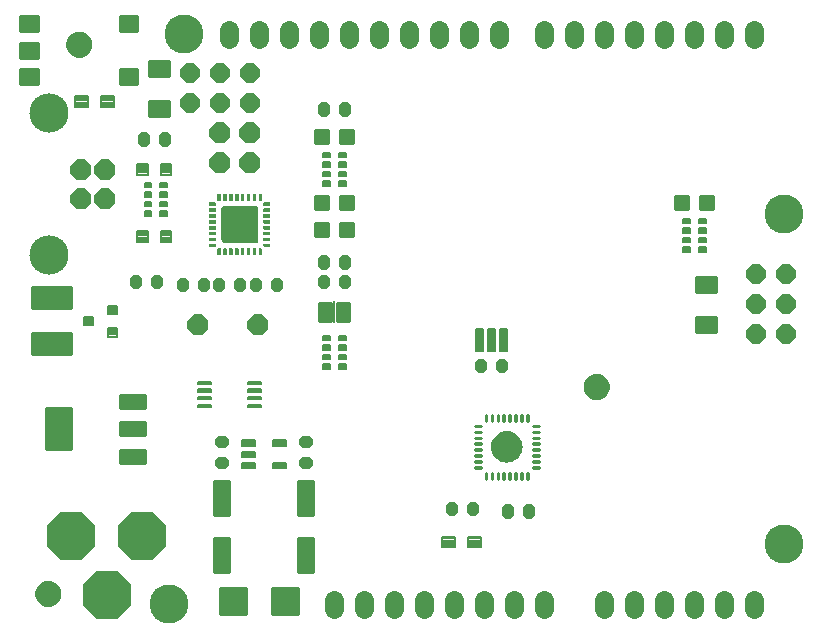
<source format=gbr>
G04 EAGLE Gerber RS-274X export*
G75*
%MOMM*%
%FSLAX34Y34*%
%LPD*%
%INSoldermask Top*%
%IPPOS*%
%AMOC8*
5,1,8,0,0,1.08239X$1,22.5*%
G01*
%ADD10C,3.301600*%
%ADD11P,1.787675X8X292.500000*%
%ADD12C,0.810353*%
%ADD13C,0.240253*%
%ADD14C,0.221272*%
%ADD15C,0.350222*%
%ADD16P,4.439531X8X202.500000*%
%ADD17P,4.439531X8X112.500000*%
%ADD18C,2.051600*%
%ADD19C,1.200000*%
%ADD20C,1.117600*%
%ADD21P,1.924489X8X292.500000*%
%ADD22C,3.317600*%
%ADD23C,0.224534*%
%ADD24C,0.322222*%
%ADD25C,0.300237*%
%ADD26C,0.181888*%
%ADD27P,1.787675X8X202.500000*%
%ADD28C,0.198000*%
%ADD29C,0.215900*%
%ADD30R,0.152400X1.828800*%
%ADD31C,0.148716*%
%ADD32P,1.924489X8X112.500000*%
%ADD33C,0.154350*%
%ADD34C,0.315334*%
%ADD35C,0.177100*%
%ADD36C,0.151250*%
%ADD37C,0.274562*%
%ADD38C,1.625600*%

G36*
X212690Y330965D02*
X212690Y330965D01*
X212740Y330963D01*
X212912Y330985D01*
X213085Y331001D01*
X213133Y331014D01*
X213183Y331020D01*
X213348Y331073D01*
X213516Y331119D01*
X213561Y331141D01*
X213608Y331156D01*
X213762Y331237D01*
X213918Y331312D01*
X213959Y331342D01*
X214003Y331365D01*
X214140Y331472D01*
X214280Y331574D01*
X214315Y331610D01*
X214354Y331641D01*
X214470Y331771D01*
X214590Y331896D01*
X214617Y331938D01*
X214651Y331976D01*
X214741Y332124D01*
X214837Y332268D01*
X214857Y332315D01*
X214883Y332357D01*
X214945Y332519D01*
X215014Y332679D01*
X215025Y332727D01*
X215043Y332774D01*
X215076Y332945D01*
X215115Y333114D01*
X215118Y333164D01*
X215127Y333213D01*
X215139Y333460D01*
X215139Y359960D01*
X215135Y360010D01*
X215137Y360060D01*
X215115Y360232D01*
X215099Y360405D01*
X215086Y360453D01*
X215080Y360503D01*
X215027Y360668D01*
X214981Y360836D01*
X214959Y360881D01*
X214944Y360928D01*
X214863Y361082D01*
X214788Y361238D01*
X214758Y361279D01*
X214735Y361323D01*
X214628Y361460D01*
X214526Y361600D01*
X214490Y361635D01*
X214459Y361674D01*
X214329Y361790D01*
X214204Y361910D01*
X214162Y361937D01*
X214124Y361971D01*
X213976Y362061D01*
X213832Y362157D01*
X213786Y362177D01*
X213743Y362203D01*
X213581Y362265D01*
X213421Y362334D01*
X213373Y362345D01*
X213326Y362363D01*
X213155Y362396D01*
X212986Y362435D01*
X212936Y362438D01*
X212887Y362447D01*
X212640Y362459D01*
X186140Y362459D01*
X186090Y362455D01*
X186040Y362457D01*
X185868Y362435D01*
X185695Y362419D01*
X185647Y362406D01*
X185597Y362400D01*
X185432Y362347D01*
X185264Y362301D01*
X185219Y362279D01*
X185172Y362264D01*
X185018Y362183D01*
X184862Y362108D01*
X184821Y362078D01*
X184777Y362055D01*
X184641Y361948D01*
X184500Y361846D01*
X184465Y361810D01*
X184426Y361779D01*
X184310Y361649D01*
X184190Y361524D01*
X184163Y361482D01*
X184129Y361444D01*
X184039Y361296D01*
X183943Y361152D01*
X183923Y361106D01*
X183897Y361063D01*
X183835Y360901D01*
X183766Y360741D01*
X183755Y360693D01*
X183737Y360646D01*
X183704Y360475D01*
X183665Y360306D01*
X183662Y360256D01*
X183653Y360207D01*
X183641Y359960D01*
X183641Y334960D01*
X183657Y334774D01*
X183669Y334588D01*
X183677Y334552D01*
X183681Y334515D01*
X183730Y334335D01*
X183774Y334154D01*
X183789Y334120D01*
X183799Y334084D01*
X183880Y333916D01*
X183956Y333746D01*
X183976Y333715D01*
X183992Y333682D01*
X184102Y333531D01*
X184207Y333376D01*
X184241Y333339D01*
X184254Y333320D01*
X184281Y333294D01*
X184373Y333193D01*
X185873Y331693D01*
X186016Y331573D01*
X186156Y331449D01*
X186187Y331430D01*
X186216Y331406D01*
X186378Y331314D01*
X186537Y331217D01*
X186572Y331204D01*
X186604Y331186D01*
X186780Y331124D01*
X186954Y331057D01*
X186990Y331050D01*
X187025Y331038D01*
X187210Y331008D01*
X187393Y330973D01*
X187443Y330971D01*
X187466Y330967D01*
X187503Y330968D01*
X187640Y330961D01*
X212640Y330961D01*
X212690Y330965D01*
G37*
G36*
X427711Y145611D02*
X427711Y145611D01*
X427754Y145623D01*
X427820Y145630D01*
X429958Y146203D01*
X429998Y146222D01*
X430062Y146241D01*
X432068Y147177D01*
X432105Y147202D01*
X432164Y147232D01*
X433977Y148502D01*
X434009Y148533D01*
X434062Y148573D01*
X435627Y150138D01*
X435653Y150175D01*
X435698Y150223D01*
X436968Y152036D01*
X436981Y152065D01*
X436999Y152086D01*
X437005Y152104D01*
X437023Y152132D01*
X437959Y154138D01*
X437970Y154181D01*
X437997Y154242D01*
X438570Y156381D01*
X438573Y156425D01*
X438589Y156489D01*
X438782Y158695D01*
X438778Y158739D01*
X438782Y158805D01*
X438589Y161011D01*
X438577Y161054D01*
X438570Y161120D01*
X437997Y163258D01*
X437978Y163298D01*
X437959Y163362D01*
X437023Y165368D01*
X437003Y165397D01*
X436995Y165416D01*
X436988Y165424D01*
X436968Y165464D01*
X435698Y167277D01*
X435667Y167309D01*
X435627Y167362D01*
X434062Y168927D01*
X434025Y168953D01*
X433977Y168998D01*
X432164Y170268D01*
X432123Y170287D01*
X432068Y170323D01*
X430062Y171259D01*
X430019Y171270D01*
X429958Y171297D01*
X427820Y171870D01*
X427775Y171873D01*
X427711Y171889D01*
X425505Y172082D01*
X425461Y172078D01*
X425395Y172082D01*
X423189Y171889D01*
X423146Y171877D01*
X423081Y171870D01*
X420942Y171297D01*
X420902Y171278D01*
X420838Y171259D01*
X418832Y170323D01*
X418795Y170298D01*
X418736Y170268D01*
X416923Y168998D01*
X416891Y168967D01*
X416838Y168927D01*
X415273Y167362D01*
X415247Y167325D01*
X415202Y167277D01*
X413932Y165464D01*
X413913Y165423D01*
X413894Y165394D01*
X413886Y165384D01*
X413884Y165379D01*
X413877Y165368D01*
X412941Y163362D01*
X412930Y163319D01*
X412903Y163258D01*
X412330Y161120D01*
X412327Y161075D01*
X412311Y161011D01*
X412118Y158805D01*
X412122Y158761D01*
X412118Y158695D01*
X412311Y156489D01*
X412323Y156446D01*
X412330Y156381D01*
X412903Y154242D01*
X412922Y154202D01*
X412941Y154138D01*
X413877Y152132D01*
X413902Y152095D01*
X413909Y152083D01*
X413920Y152054D01*
X413926Y152048D01*
X413932Y152036D01*
X415202Y150223D01*
X415233Y150191D01*
X415273Y150138D01*
X416838Y148573D01*
X416875Y148547D01*
X416923Y148502D01*
X418736Y147232D01*
X418777Y147213D01*
X418832Y147177D01*
X420838Y146241D01*
X420881Y146230D01*
X420942Y146203D01*
X423081Y145630D01*
X423125Y145627D01*
X423189Y145611D01*
X425395Y145418D01*
X425439Y145422D01*
X425505Y145418D01*
X427711Y145611D01*
G37*
G36*
X187895Y366704D02*
X187895Y366704D01*
X187900Y366703D01*
X187993Y366724D01*
X188087Y366742D01*
X188091Y366745D01*
X188096Y366746D01*
X188174Y366802D01*
X188252Y366855D01*
X188255Y366859D01*
X188259Y366862D01*
X188310Y366944D01*
X188362Y367023D01*
X188362Y367028D01*
X188365Y367033D01*
X188397Y367210D01*
X188397Y372210D01*
X188396Y372215D01*
X188397Y372220D01*
X188376Y372313D01*
X188358Y372407D01*
X188355Y372411D01*
X188354Y372416D01*
X188298Y372494D01*
X188245Y372572D01*
X188241Y372575D01*
X188238Y372579D01*
X188156Y372630D01*
X188077Y372682D01*
X188072Y372682D01*
X188067Y372685D01*
X187890Y372717D01*
X185890Y372717D01*
X185885Y372716D01*
X185880Y372717D01*
X185787Y372696D01*
X185694Y372678D01*
X185689Y372675D01*
X185684Y372674D01*
X185606Y372618D01*
X185528Y372565D01*
X185525Y372561D01*
X185521Y372558D01*
X185470Y372476D01*
X185418Y372397D01*
X185418Y372392D01*
X185415Y372387D01*
X185383Y372210D01*
X185383Y367210D01*
X185384Y367205D01*
X185383Y367200D01*
X185404Y367107D01*
X185422Y367014D01*
X185425Y367009D01*
X185426Y367004D01*
X185482Y366926D01*
X185535Y366848D01*
X185539Y366845D01*
X185542Y366841D01*
X185624Y366790D01*
X185703Y366738D01*
X185708Y366738D01*
X185713Y366735D01*
X185890Y366703D01*
X187890Y366703D01*
X187895Y366704D01*
G37*
G36*
X212895Y366704D02*
X212895Y366704D01*
X212900Y366703D01*
X212993Y366724D01*
X213087Y366742D01*
X213091Y366745D01*
X213096Y366746D01*
X213174Y366802D01*
X213252Y366855D01*
X213255Y366859D01*
X213259Y366862D01*
X213310Y366944D01*
X213362Y367023D01*
X213362Y367028D01*
X213365Y367033D01*
X213397Y367210D01*
X213397Y372210D01*
X213396Y372215D01*
X213397Y372220D01*
X213376Y372313D01*
X213358Y372407D01*
X213355Y372411D01*
X213354Y372416D01*
X213298Y372494D01*
X213245Y372572D01*
X213241Y372575D01*
X213238Y372579D01*
X213156Y372630D01*
X213077Y372682D01*
X213072Y372682D01*
X213067Y372685D01*
X212890Y372717D01*
X210890Y372717D01*
X210885Y372716D01*
X210880Y372717D01*
X210787Y372696D01*
X210694Y372678D01*
X210689Y372675D01*
X210684Y372674D01*
X210606Y372618D01*
X210528Y372565D01*
X210525Y372561D01*
X210521Y372558D01*
X210470Y372476D01*
X210418Y372397D01*
X210418Y372392D01*
X210415Y372387D01*
X210383Y372210D01*
X210383Y367210D01*
X210384Y367205D01*
X210383Y367200D01*
X210404Y367107D01*
X210422Y367014D01*
X210425Y367009D01*
X210426Y367004D01*
X210482Y366926D01*
X210535Y366848D01*
X210539Y366845D01*
X210542Y366841D01*
X210624Y366790D01*
X210703Y366738D01*
X210708Y366738D01*
X210713Y366735D01*
X210890Y366703D01*
X212890Y366703D01*
X212895Y366704D01*
G37*
G36*
X192895Y366704D02*
X192895Y366704D01*
X192900Y366703D01*
X192993Y366724D01*
X193087Y366742D01*
X193091Y366745D01*
X193096Y366746D01*
X193174Y366802D01*
X193252Y366855D01*
X193255Y366859D01*
X193259Y366862D01*
X193310Y366944D01*
X193362Y367023D01*
X193362Y367028D01*
X193365Y367033D01*
X193397Y367210D01*
X193397Y372210D01*
X193396Y372215D01*
X193397Y372220D01*
X193376Y372313D01*
X193358Y372407D01*
X193355Y372411D01*
X193354Y372416D01*
X193298Y372494D01*
X193245Y372572D01*
X193241Y372575D01*
X193238Y372579D01*
X193156Y372630D01*
X193077Y372682D01*
X193072Y372682D01*
X193067Y372685D01*
X192890Y372717D01*
X190890Y372717D01*
X190885Y372716D01*
X190880Y372717D01*
X190787Y372696D01*
X190694Y372678D01*
X190689Y372675D01*
X190684Y372674D01*
X190606Y372618D01*
X190528Y372565D01*
X190525Y372561D01*
X190521Y372558D01*
X190470Y372476D01*
X190418Y372397D01*
X190418Y372392D01*
X190415Y372387D01*
X190383Y372210D01*
X190383Y367210D01*
X190384Y367205D01*
X190383Y367200D01*
X190404Y367107D01*
X190422Y367014D01*
X190425Y367009D01*
X190426Y367004D01*
X190482Y366926D01*
X190535Y366848D01*
X190539Y366845D01*
X190542Y366841D01*
X190624Y366790D01*
X190703Y366738D01*
X190708Y366738D01*
X190713Y366735D01*
X190890Y366703D01*
X192890Y366703D01*
X192895Y366704D01*
G37*
G36*
X197895Y366704D02*
X197895Y366704D01*
X197900Y366703D01*
X197993Y366724D01*
X198087Y366742D01*
X198091Y366745D01*
X198096Y366746D01*
X198174Y366802D01*
X198252Y366855D01*
X198255Y366859D01*
X198259Y366862D01*
X198310Y366944D01*
X198362Y367023D01*
X198362Y367028D01*
X198365Y367033D01*
X198397Y367210D01*
X198397Y372210D01*
X198396Y372215D01*
X198397Y372220D01*
X198376Y372313D01*
X198358Y372407D01*
X198355Y372411D01*
X198354Y372416D01*
X198298Y372494D01*
X198245Y372572D01*
X198241Y372575D01*
X198238Y372579D01*
X198156Y372630D01*
X198077Y372682D01*
X198072Y372682D01*
X198067Y372685D01*
X197890Y372717D01*
X195890Y372717D01*
X195885Y372716D01*
X195880Y372717D01*
X195787Y372696D01*
X195694Y372678D01*
X195689Y372675D01*
X195684Y372674D01*
X195606Y372618D01*
X195528Y372565D01*
X195525Y372561D01*
X195521Y372558D01*
X195470Y372476D01*
X195418Y372397D01*
X195418Y372392D01*
X195415Y372387D01*
X195383Y372210D01*
X195383Y367210D01*
X195384Y367205D01*
X195383Y367200D01*
X195404Y367107D01*
X195422Y367014D01*
X195425Y367009D01*
X195426Y367004D01*
X195482Y366926D01*
X195535Y366848D01*
X195539Y366845D01*
X195542Y366841D01*
X195624Y366790D01*
X195703Y366738D01*
X195708Y366738D01*
X195713Y366735D01*
X195890Y366703D01*
X197890Y366703D01*
X197895Y366704D01*
G37*
G36*
X207895Y366704D02*
X207895Y366704D01*
X207900Y366703D01*
X207993Y366724D01*
X208087Y366742D01*
X208091Y366745D01*
X208096Y366746D01*
X208174Y366802D01*
X208252Y366855D01*
X208255Y366859D01*
X208259Y366862D01*
X208310Y366944D01*
X208362Y367023D01*
X208362Y367028D01*
X208365Y367033D01*
X208397Y367210D01*
X208397Y372210D01*
X208396Y372215D01*
X208397Y372220D01*
X208376Y372313D01*
X208358Y372407D01*
X208355Y372411D01*
X208354Y372416D01*
X208298Y372494D01*
X208245Y372572D01*
X208241Y372575D01*
X208238Y372579D01*
X208156Y372630D01*
X208077Y372682D01*
X208072Y372682D01*
X208067Y372685D01*
X207890Y372717D01*
X205890Y372717D01*
X205885Y372716D01*
X205880Y372717D01*
X205787Y372696D01*
X205694Y372678D01*
X205689Y372675D01*
X205684Y372674D01*
X205606Y372618D01*
X205528Y372565D01*
X205525Y372561D01*
X205521Y372558D01*
X205470Y372476D01*
X205418Y372397D01*
X205418Y372392D01*
X205415Y372387D01*
X205383Y372210D01*
X205383Y367210D01*
X205384Y367205D01*
X205383Y367200D01*
X205404Y367107D01*
X205422Y367014D01*
X205425Y367009D01*
X205426Y367004D01*
X205482Y366926D01*
X205535Y366848D01*
X205539Y366845D01*
X205542Y366841D01*
X205624Y366790D01*
X205703Y366738D01*
X205708Y366738D01*
X205713Y366735D01*
X205890Y366703D01*
X207890Y366703D01*
X207895Y366704D01*
G37*
G36*
X212895Y320704D02*
X212895Y320704D01*
X212900Y320703D01*
X212993Y320724D01*
X213087Y320742D01*
X213091Y320745D01*
X213096Y320746D01*
X213174Y320802D01*
X213252Y320855D01*
X213255Y320859D01*
X213259Y320862D01*
X213310Y320944D01*
X213362Y321023D01*
X213362Y321028D01*
X213365Y321033D01*
X213397Y321210D01*
X213397Y326210D01*
X213396Y326215D01*
X213397Y326220D01*
X213376Y326313D01*
X213358Y326407D01*
X213355Y326411D01*
X213354Y326416D01*
X213298Y326494D01*
X213245Y326572D01*
X213241Y326575D01*
X213238Y326579D01*
X213156Y326630D01*
X213077Y326682D01*
X213072Y326682D01*
X213067Y326685D01*
X212890Y326717D01*
X210890Y326717D01*
X210885Y326716D01*
X210880Y326717D01*
X210787Y326696D01*
X210694Y326678D01*
X210689Y326675D01*
X210684Y326674D01*
X210606Y326618D01*
X210528Y326565D01*
X210525Y326561D01*
X210521Y326558D01*
X210470Y326476D01*
X210418Y326397D01*
X210418Y326392D01*
X210415Y326387D01*
X210383Y326210D01*
X210383Y321210D01*
X210384Y321205D01*
X210383Y321200D01*
X210404Y321107D01*
X210422Y321014D01*
X210425Y321009D01*
X210426Y321004D01*
X210482Y320926D01*
X210535Y320848D01*
X210539Y320845D01*
X210542Y320841D01*
X210624Y320790D01*
X210703Y320738D01*
X210708Y320738D01*
X210713Y320735D01*
X210890Y320703D01*
X212890Y320703D01*
X212895Y320704D01*
G37*
G36*
X202895Y366704D02*
X202895Y366704D01*
X202900Y366703D01*
X202993Y366724D01*
X203087Y366742D01*
X203091Y366745D01*
X203096Y366746D01*
X203174Y366802D01*
X203252Y366855D01*
X203255Y366859D01*
X203259Y366862D01*
X203310Y366944D01*
X203362Y367023D01*
X203362Y367028D01*
X203365Y367033D01*
X203397Y367210D01*
X203397Y372210D01*
X203396Y372215D01*
X203397Y372220D01*
X203376Y372313D01*
X203358Y372407D01*
X203355Y372411D01*
X203354Y372416D01*
X203298Y372494D01*
X203245Y372572D01*
X203241Y372575D01*
X203238Y372579D01*
X203156Y372630D01*
X203077Y372682D01*
X203072Y372682D01*
X203067Y372685D01*
X202890Y372717D01*
X200890Y372717D01*
X200885Y372716D01*
X200880Y372717D01*
X200787Y372696D01*
X200694Y372678D01*
X200689Y372675D01*
X200684Y372674D01*
X200606Y372618D01*
X200528Y372565D01*
X200525Y372561D01*
X200521Y372558D01*
X200470Y372476D01*
X200418Y372397D01*
X200418Y372392D01*
X200415Y372387D01*
X200383Y372210D01*
X200383Y367210D01*
X200384Y367205D01*
X200383Y367200D01*
X200404Y367107D01*
X200422Y367014D01*
X200425Y367009D01*
X200426Y367004D01*
X200482Y366926D01*
X200535Y366848D01*
X200539Y366845D01*
X200542Y366841D01*
X200624Y366790D01*
X200703Y366738D01*
X200708Y366738D01*
X200713Y366735D01*
X200890Y366703D01*
X202890Y366703D01*
X202895Y366704D01*
G37*
G36*
X192895Y320704D02*
X192895Y320704D01*
X192900Y320703D01*
X192993Y320724D01*
X193087Y320742D01*
X193091Y320745D01*
X193096Y320746D01*
X193174Y320802D01*
X193252Y320855D01*
X193255Y320859D01*
X193259Y320862D01*
X193310Y320944D01*
X193362Y321023D01*
X193362Y321028D01*
X193365Y321033D01*
X193397Y321210D01*
X193397Y326210D01*
X193396Y326215D01*
X193397Y326220D01*
X193376Y326313D01*
X193358Y326407D01*
X193355Y326411D01*
X193354Y326416D01*
X193298Y326494D01*
X193245Y326572D01*
X193241Y326575D01*
X193238Y326579D01*
X193156Y326630D01*
X193077Y326682D01*
X193072Y326682D01*
X193067Y326685D01*
X192890Y326717D01*
X190890Y326717D01*
X190885Y326716D01*
X190880Y326717D01*
X190787Y326696D01*
X190694Y326678D01*
X190689Y326675D01*
X190684Y326674D01*
X190606Y326618D01*
X190528Y326565D01*
X190525Y326561D01*
X190521Y326558D01*
X190470Y326476D01*
X190418Y326397D01*
X190418Y326392D01*
X190415Y326387D01*
X190383Y326210D01*
X190383Y321210D01*
X190384Y321205D01*
X190383Y321200D01*
X190404Y321107D01*
X190422Y321014D01*
X190425Y321009D01*
X190426Y321004D01*
X190482Y320926D01*
X190535Y320848D01*
X190539Y320845D01*
X190542Y320841D01*
X190624Y320790D01*
X190703Y320738D01*
X190708Y320738D01*
X190713Y320735D01*
X190890Y320703D01*
X192890Y320703D01*
X192895Y320704D01*
G37*
G36*
X187895Y320704D02*
X187895Y320704D01*
X187900Y320703D01*
X187993Y320724D01*
X188087Y320742D01*
X188091Y320745D01*
X188096Y320746D01*
X188174Y320802D01*
X188252Y320855D01*
X188255Y320859D01*
X188259Y320862D01*
X188310Y320944D01*
X188362Y321023D01*
X188362Y321028D01*
X188365Y321033D01*
X188397Y321210D01*
X188397Y326210D01*
X188396Y326215D01*
X188397Y326220D01*
X188376Y326313D01*
X188358Y326407D01*
X188355Y326411D01*
X188354Y326416D01*
X188298Y326494D01*
X188245Y326572D01*
X188241Y326575D01*
X188238Y326579D01*
X188156Y326630D01*
X188077Y326682D01*
X188072Y326682D01*
X188067Y326685D01*
X187890Y326717D01*
X185890Y326717D01*
X185885Y326716D01*
X185880Y326717D01*
X185787Y326696D01*
X185694Y326678D01*
X185689Y326675D01*
X185684Y326674D01*
X185606Y326618D01*
X185528Y326565D01*
X185525Y326561D01*
X185521Y326558D01*
X185470Y326476D01*
X185418Y326397D01*
X185418Y326392D01*
X185415Y326387D01*
X185383Y326210D01*
X185383Y321210D01*
X185384Y321205D01*
X185383Y321200D01*
X185404Y321107D01*
X185422Y321014D01*
X185425Y321009D01*
X185426Y321004D01*
X185482Y320926D01*
X185535Y320848D01*
X185539Y320845D01*
X185542Y320841D01*
X185624Y320790D01*
X185703Y320738D01*
X185708Y320738D01*
X185713Y320735D01*
X185890Y320703D01*
X187890Y320703D01*
X187895Y320704D01*
G37*
G36*
X178895Y357704D02*
X178895Y357704D01*
X178900Y357703D01*
X178993Y357724D01*
X179087Y357742D01*
X179091Y357745D01*
X179096Y357746D01*
X179174Y357802D01*
X179252Y357855D01*
X179255Y357859D01*
X179259Y357862D01*
X179310Y357944D01*
X179362Y358023D01*
X179362Y358028D01*
X179365Y358033D01*
X179397Y358210D01*
X179397Y360210D01*
X179396Y360215D01*
X179397Y360220D01*
X179376Y360313D01*
X179358Y360407D01*
X179355Y360411D01*
X179354Y360416D01*
X179298Y360494D01*
X179245Y360572D01*
X179241Y360575D01*
X179238Y360579D01*
X179156Y360630D01*
X179077Y360682D01*
X179072Y360682D01*
X179067Y360685D01*
X178890Y360717D01*
X173890Y360717D01*
X173885Y360716D01*
X173880Y360717D01*
X173787Y360696D01*
X173694Y360678D01*
X173689Y360675D01*
X173684Y360674D01*
X173606Y360618D01*
X173528Y360565D01*
X173525Y360561D01*
X173521Y360558D01*
X173470Y360476D01*
X173418Y360397D01*
X173418Y360392D01*
X173415Y360387D01*
X173383Y360210D01*
X173383Y358210D01*
X173384Y358205D01*
X173383Y358200D01*
X173404Y358107D01*
X173422Y358014D01*
X173425Y358009D01*
X173426Y358004D01*
X173482Y357926D01*
X173535Y357848D01*
X173539Y357845D01*
X173542Y357841D01*
X173624Y357790D01*
X173703Y357738D01*
X173708Y357738D01*
X173713Y357735D01*
X173890Y357703D01*
X178890Y357703D01*
X178895Y357704D01*
G37*
G36*
X224895Y357704D02*
X224895Y357704D01*
X224900Y357703D01*
X224993Y357724D01*
X225087Y357742D01*
X225091Y357745D01*
X225096Y357746D01*
X225174Y357802D01*
X225252Y357855D01*
X225255Y357859D01*
X225259Y357862D01*
X225310Y357944D01*
X225362Y358023D01*
X225362Y358028D01*
X225365Y358033D01*
X225397Y358210D01*
X225397Y360210D01*
X225396Y360215D01*
X225397Y360220D01*
X225376Y360313D01*
X225358Y360407D01*
X225355Y360411D01*
X225354Y360416D01*
X225298Y360494D01*
X225245Y360572D01*
X225241Y360575D01*
X225238Y360579D01*
X225156Y360630D01*
X225077Y360682D01*
X225072Y360682D01*
X225067Y360685D01*
X224890Y360717D01*
X219890Y360717D01*
X219885Y360716D01*
X219880Y360717D01*
X219787Y360696D01*
X219694Y360678D01*
X219689Y360675D01*
X219684Y360674D01*
X219606Y360618D01*
X219528Y360565D01*
X219525Y360561D01*
X219521Y360558D01*
X219470Y360476D01*
X219418Y360397D01*
X219418Y360392D01*
X219415Y360387D01*
X219383Y360210D01*
X219383Y358210D01*
X219384Y358205D01*
X219383Y358200D01*
X219404Y358107D01*
X219422Y358014D01*
X219425Y358009D01*
X219426Y358004D01*
X219482Y357926D01*
X219535Y357848D01*
X219539Y357845D01*
X219542Y357841D01*
X219624Y357790D01*
X219703Y357738D01*
X219708Y357738D01*
X219713Y357735D01*
X219890Y357703D01*
X224890Y357703D01*
X224895Y357704D01*
G37*
G36*
X178895Y352704D02*
X178895Y352704D01*
X178900Y352703D01*
X178993Y352724D01*
X179087Y352742D01*
X179091Y352745D01*
X179096Y352746D01*
X179174Y352802D01*
X179252Y352855D01*
X179255Y352859D01*
X179259Y352862D01*
X179310Y352944D01*
X179362Y353023D01*
X179362Y353028D01*
X179365Y353033D01*
X179397Y353210D01*
X179397Y355210D01*
X179396Y355215D01*
X179397Y355220D01*
X179376Y355313D01*
X179358Y355407D01*
X179355Y355411D01*
X179354Y355416D01*
X179298Y355494D01*
X179245Y355572D01*
X179241Y355575D01*
X179238Y355579D01*
X179156Y355630D01*
X179077Y355682D01*
X179072Y355682D01*
X179067Y355685D01*
X178890Y355717D01*
X173890Y355717D01*
X173885Y355716D01*
X173880Y355717D01*
X173787Y355696D01*
X173694Y355678D01*
X173689Y355675D01*
X173684Y355674D01*
X173606Y355618D01*
X173528Y355565D01*
X173525Y355561D01*
X173521Y355558D01*
X173470Y355476D01*
X173418Y355397D01*
X173418Y355392D01*
X173415Y355387D01*
X173383Y355210D01*
X173383Y353210D01*
X173384Y353205D01*
X173383Y353200D01*
X173404Y353107D01*
X173422Y353014D01*
X173425Y353009D01*
X173426Y353004D01*
X173482Y352926D01*
X173535Y352848D01*
X173539Y352845D01*
X173542Y352841D01*
X173624Y352790D01*
X173703Y352738D01*
X173708Y352738D01*
X173713Y352735D01*
X173890Y352703D01*
X178890Y352703D01*
X178895Y352704D01*
G37*
G36*
X224895Y352704D02*
X224895Y352704D01*
X224900Y352703D01*
X224993Y352724D01*
X225087Y352742D01*
X225091Y352745D01*
X225096Y352746D01*
X225174Y352802D01*
X225252Y352855D01*
X225255Y352859D01*
X225259Y352862D01*
X225310Y352944D01*
X225362Y353023D01*
X225362Y353028D01*
X225365Y353033D01*
X225397Y353210D01*
X225397Y355210D01*
X225396Y355215D01*
X225397Y355220D01*
X225376Y355313D01*
X225358Y355407D01*
X225355Y355411D01*
X225354Y355416D01*
X225298Y355494D01*
X225245Y355572D01*
X225241Y355575D01*
X225238Y355579D01*
X225156Y355630D01*
X225077Y355682D01*
X225072Y355682D01*
X225067Y355685D01*
X224890Y355717D01*
X219890Y355717D01*
X219885Y355716D01*
X219880Y355717D01*
X219787Y355696D01*
X219694Y355678D01*
X219689Y355675D01*
X219684Y355674D01*
X219606Y355618D01*
X219528Y355565D01*
X219525Y355561D01*
X219521Y355558D01*
X219470Y355476D01*
X219418Y355397D01*
X219418Y355392D01*
X219415Y355387D01*
X219383Y355210D01*
X219383Y353210D01*
X219384Y353205D01*
X219383Y353200D01*
X219404Y353107D01*
X219422Y353014D01*
X219425Y353009D01*
X219426Y353004D01*
X219482Y352926D01*
X219535Y352848D01*
X219539Y352845D01*
X219542Y352841D01*
X219624Y352790D01*
X219703Y352738D01*
X219708Y352738D01*
X219713Y352735D01*
X219890Y352703D01*
X224890Y352703D01*
X224895Y352704D01*
G37*
G36*
X178895Y347704D02*
X178895Y347704D01*
X178900Y347703D01*
X178993Y347724D01*
X179087Y347742D01*
X179091Y347745D01*
X179096Y347746D01*
X179174Y347802D01*
X179252Y347855D01*
X179255Y347859D01*
X179259Y347862D01*
X179310Y347944D01*
X179362Y348023D01*
X179362Y348028D01*
X179365Y348033D01*
X179397Y348210D01*
X179397Y350210D01*
X179396Y350215D01*
X179397Y350220D01*
X179376Y350313D01*
X179358Y350407D01*
X179355Y350411D01*
X179354Y350416D01*
X179298Y350494D01*
X179245Y350572D01*
X179241Y350575D01*
X179238Y350579D01*
X179156Y350630D01*
X179077Y350682D01*
X179072Y350682D01*
X179067Y350685D01*
X178890Y350717D01*
X173890Y350717D01*
X173885Y350716D01*
X173880Y350717D01*
X173787Y350696D01*
X173694Y350678D01*
X173689Y350675D01*
X173684Y350674D01*
X173606Y350618D01*
X173528Y350565D01*
X173525Y350561D01*
X173521Y350558D01*
X173470Y350476D01*
X173418Y350397D01*
X173418Y350392D01*
X173415Y350387D01*
X173383Y350210D01*
X173383Y348210D01*
X173384Y348205D01*
X173383Y348200D01*
X173404Y348107D01*
X173422Y348014D01*
X173425Y348009D01*
X173426Y348004D01*
X173482Y347926D01*
X173535Y347848D01*
X173539Y347845D01*
X173542Y347841D01*
X173624Y347790D01*
X173703Y347738D01*
X173708Y347738D01*
X173713Y347735D01*
X173890Y347703D01*
X178890Y347703D01*
X178895Y347704D01*
G37*
G36*
X224895Y347704D02*
X224895Y347704D01*
X224900Y347703D01*
X224993Y347724D01*
X225087Y347742D01*
X225091Y347745D01*
X225096Y347746D01*
X225174Y347802D01*
X225252Y347855D01*
X225255Y347859D01*
X225259Y347862D01*
X225310Y347944D01*
X225362Y348023D01*
X225362Y348028D01*
X225365Y348033D01*
X225397Y348210D01*
X225397Y350210D01*
X225396Y350215D01*
X225397Y350220D01*
X225376Y350313D01*
X225358Y350407D01*
X225355Y350411D01*
X225354Y350416D01*
X225298Y350494D01*
X225245Y350572D01*
X225241Y350575D01*
X225238Y350579D01*
X225156Y350630D01*
X225077Y350682D01*
X225072Y350682D01*
X225067Y350685D01*
X224890Y350717D01*
X219890Y350717D01*
X219885Y350716D01*
X219880Y350717D01*
X219787Y350696D01*
X219694Y350678D01*
X219689Y350675D01*
X219684Y350674D01*
X219606Y350618D01*
X219528Y350565D01*
X219525Y350561D01*
X219521Y350558D01*
X219470Y350476D01*
X219418Y350397D01*
X219418Y350392D01*
X219415Y350387D01*
X219383Y350210D01*
X219383Y348210D01*
X219384Y348205D01*
X219383Y348200D01*
X219404Y348107D01*
X219422Y348014D01*
X219425Y348009D01*
X219426Y348004D01*
X219482Y347926D01*
X219535Y347848D01*
X219539Y347845D01*
X219542Y347841D01*
X219624Y347790D01*
X219703Y347738D01*
X219708Y347738D01*
X219713Y347735D01*
X219890Y347703D01*
X224890Y347703D01*
X224895Y347704D01*
G37*
G36*
X178895Y342704D02*
X178895Y342704D01*
X178900Y342703D01*
X178993Y342724D01*
X179087Y342742D01*
X179091Y342745D01*
X179096Y342746D01*
X179174Y342802D01*
X179252Y342855D01*
X179255Y342859D01*
X179259Y342862D01*
X179310Y342944D01*
X179362Y343023D01*
X179362Y343028D01*
X179365Y343033D01*
X179397Y343210D01*
X179397Y345210D01*
X179396Y345215D01*
X179397Y345220D01*
X179376Y345313D01*
X179358Y345407D01*
X179355Y345411D01*
X179354Y345416D01*
X179298Y345494D01*
X179245Y345572D01*
X179241Y345575D01*
X179238Y345579D01*
X179156Y345630D01*
X179077Y345682D01*
X179072Y345682D01*
X179067Y345685D01*
X178890Y345717D01*
X173890Y345717D01*
X173885Y345716D01*
X173880Y345717D01*
X173787Y345696D01*
X173694Y345678D01*
X173689Y345675D01*
X173684Y345674D01*
X173606Y345618D01*
X173528Y345565D01*
X173525Y345561D01*
X173521Y345558D01*
X173470Y345476D01*
X173418Y345397D01*
X173418Y345392D01*
X173415Y345387D01*
X173383Y345210D01*
X173383Y343210D01*
X173384Y343205D01*
X173383Y343200D01*
X173404Y343107D01*
X173422Y343014D01*
X173425Y343009D01*
X173426Y343004D01*
X173482Y342926D01*
X173535Y342848D01*
X173539Y342845D01*
X173542Y342841D01*
X173624Y342790D01*
X173703Y342738D01*
X173708Y342738D01*
X173713Y342735D01*
X173890Y342703D01*
X178890Y342703D01*
X178895Y342704D01*
G37*
G36*
X224895Y342704D02*
X224895Y342704D01*
X224900Y342703D01*
X224993Y342724D01*
X225087Y342742D01*
X225091Y342745D01*
X225096Y342746D01*
X225174Y342802D01*
X225252Y342855D01*
X225255Y342859D01*
X225259Y342862D01*
X225310Y342944D01*
X225362Y343023D01*
X225362Y343028D01*
X225365Y343033D01*
X225397Y343210D01*
X225397Y345210D01*
X225396Y345215D01*
X225397Y345220D01*
X225376Y345313D01*
X225358Y345407D01*
X225355Y345411D01*
X225354Y345416D01*
X225298Y345494D01*
X225245Y345572D01*
X225241Y345575D01*
X225238Y345579D01*
X225156Y345630D01*
X225077Y345682D01*
X225072Y345682D01*
X225067Y345685D01*
X224890Y345717D01*
X219890Y345717D01*
X219885Y345716D01*
X219880Y345717D01*
X219787Y345696D01*
X219694Y345678D01*
X219689Y345675D01*
X219684Y345674D01*
X219606Y345618D01*
X219528Y345565D01*
X219525Y345561D01*
X219521Y345558D01*
X219470Y345476D01*
X219418Y345397D01*
X219418Y345392D01*
X219415Y345387D01*
X219383Y345210D01*
X219383Y343210D01*
X219384Y343205D01*
X219383Y343200D01*
X219404Y343107D01*
X219422Y343014D01*
X219425Y343009D01*
X219426Y343004D01*
X219482Y342926D01*
X219535Y342848D01*
X219539Y342845D01*
X219542Y342841D01*
X219624Y342790D01*
X219703Y342738D01*
X219708Y342738D01*
X219713Y342735D01*
X219890Y342703D01*
X224890Y342703D01*
X224895Y342704D01*
G37*
G36*
X178895Y337704D02*
X178895Y337704D01*
X178900Y337703D01*
X178993Y337724D01*
X179087Y337742D01*
X179091Y337745D01*
X179096Y337746D01*
X179174Y337802D01*
X179252Y337855D01*
X179255Y337859D01*
X179259Y337862D01*
X179310Y337944D01*
X179362Y338023D01*
X179362Y338028D01*
X179365Y338033D01*
X179397Y338210D01*
X179397Y340210D01*
X179396Y340215D01*
X179397Y340220D01*
X179376Y340313D01*
X179358Y340407D01*
X179355Y340411D01*
X179354Y340416D01*
X179298Y340494D01*
X179245Y340572D01*
X179241Y340575D01*
X179238Y340579D01*
X179156Y340630D01*
X179077Y340682D01*
X179072Y340682D01*
X179067Y340685D01*
X178890Y340717D01*
X173890Y340717D01*
X173885Y340716D01*
X173880Y340717D01*
X173787Y340696D01*
X173694Y340678D01*
X173689Y340675D01*
X173684Y340674D01*
X173606Y340618D01*
X173528Y340565D01*
X173525Y340561D01*
X173521Y340558D01*
X173470Y340476D01*
X173418Y340397D01*
X173418Y340392D01*
X173415Y340387D01*
X173383Y340210D01*
X173383Y338210D01*
X173384Y338205D01*
X173383Y338200D01*
X173404Y338107D01*
X173422Y338014D01*
X173425Y338009D01*
X173426Y338004D01*
X173482Y337926D01*
X173535Y337848D01*
X173539Y337845D01*
X173542Y337841D01*
X173624Y337790D01*
X173703Y337738D01*
X173708Y337738D01*
X173713Y337735D01*
X173890Y337703D01*
X178890Y337703D01*
X178895Y337704D01*
G37*
G36*
X224895Y337704D02*
X224895Y337704D01*
X224900Y337703D01*
X224993Y337724D01*
X225087Y337742D01*
X225091Y337745D01*
X225096Y337746D01*
X225174Y337802D01*
X225252Y337855D01*
X225255Y337859D01*
X225259Y337862D01*
X225310Y337944D01*
X225362Y338023D01*
X225362Y338028D01*
X225365Y338033D01*
X225397Y338210D01*
X225397Y340210D01*
X225396Y340215D01*
X225397Y340220D01*
X225376Y340313D01*
X225358Y340407D01*
X225355Y340411D01*
X225354Y340416D01*
X225298Y340494D01*
X225245Y340572D01*
X225241Y340575D01*
X225238Y340579D01*
X225156Y340630D01*
X225077Y340682D01*
X225072Y340682D01*
X225067Y340685D01*
X224890Y340717D01*
X219890Y340717D01*
X219885Y340716D01*
X219880Y340717D01*
X219787Y340696D01*
X219694Y340678D01*
X219689Y340675D01*
X219684Y340674D01*
X219606Y340618D01*
X219528Y340565D01*
X219525Y340561D01*
X219521Y340558D01*
X219470Y340476D01*
X219418Y340397D01*
X219418Y340392D01*
X219415Y340387D01*
X219383Y340210D01*
X219383Y338210D01*
X219384Y338205D01*
X219383Y338200D01*
X219404Y338107D01*
X219422Y338014D01*
X219425Y338009D01*
X219426Y338004D01*
X219482Y337926D01*
X219535Y337848D01*
X219539Y337845D01*
X219542Y337841D01*
X219624Y337790D01*
X219703Y337738D01*
X219708Y337738D01*
X219713Y337735D01*
X219890Y337703D01*
X224890Y337703D01*
X224895Y337704D01*
G37*
G36*
X178895Y332704D02*
X178895Y332704D01*
X178900Y332703D01*
X178993Y332724D01*
X179087Y332742D01*
X179091Y332745D01*
X179096Y332746D01*
X179174Y332802D01*
X179252Y332855D01*
X179255Y332859D01*
X179259Y332862D01*
X179310Y332944D01*
X179362Y333023D01*
X179362Y333028D01*
X179365Y333033D01*
X179397Y333210D01*
X179397Y335210D01*
X179396Y335215D01*
X179397Y335220D01*
X179376Y335313D01*
X179358Y335407D01*
X179355Y335411D01*
X179354Y335416D01*
X179298Y335494D01*
X179245Y335572D01*
X179241Y335575D01*
X179238Y335579D01*
X179156Y335630D01*
X179077Y335682D01*
X179072Y335682D01*
X179067Y335685D01*
X178890Y335717D01*
X173890Y335717D01*
X173885Y335716D01*
X173880Y335717D01*
X173787Y335696D01*
X173694Y335678D01*
X173689Y335675D01*
X173684Y335674D01*
X173606Y335618D01*
X173528Y335565D01*
X173525Y335561D01*
X173521Y335558D01*
X173470Y335476D01*
X173418Y335397D01*
X173418Y335392D01*
X173415Y335387D01*
X173383Y335210D01*
X173383Y333210D01*
X173384Y333205D01*
X173383Y333200D01*
X173404Y333107D01*
X173422Y333014D01*
X173425Y333009D01*
X173426Y333004D01*
X173482Y332926D01*
X173535Y332848D01*
X173539Y332845D01*
X173542Y332841D01*
X173624Y332790D01*
X173703Y332738D01*
X173708Y332738D01*
X173713Y332735D01*
X173890Y332703D01*
X178890Y332703D01*
X178895Y332704D01*
G37*
G36*
X224895Y332704D02*
X224895Y332704D01*
X224900Y332703D01*
X224993Y332724D01*
X225087Y332742D01*
X225091Y332745D01*
X225096Y332746D01*
X225174Y332802D01*
X225252Y332855D01*
X225255Y332859D01*
X225259Y332862D01*
X225310Y332944D01*
X225362Y333023D01*
X225362Y333028D01*
X225365Y333033D01*
X225397Y333210D01*
X225397Y335210D01*
X225396Y335215D01*
X225397Y335220D01*
X225376Y335313D01*
X225358Y335407D01*
X225355Y335411D01*
X225354Y335416D01*
X225298Y335494D01*
X225245Y335572D01*
X225241Y335575D01*
X225238Y335579D01*
X225156Y335630D01*
X225077Y335682D01*
X225072Y335682D01*
X225067Y335685D01*
X224890Y335717D01*
X219890Y335717D01*
X219885Y335716D01*
X219880Y335717D01*
X219787Y335696D01*
X219694Y335678D01*
X219689Y335675D01*
X219684Y335674D01*
X219606Y335618D01*
X219528Y335565D01*
X219525Y335561D01*
X219521Y335558D01*
X219470Y335476D01*
X219418Y335397D01*
X219418Y335392D01*
X219415Y335387D01*
X219383Y335210D01*
X219383Y333210D01*
X219384Y333205D01*
X219383Y333200D01*
X219404Y333107D01*
X219422Y333014D01*
X219425Y333009D01*
X219426Y333004D01*
X219482Y332926D01*
X219535Y332848D01*
X219539Y332845D01*
X219542Y332841D01*
X219624Y332790D01*
X219703Y332738D01*
X219708Y332738D01*
X219713Y332735D01*
X219890Y332703D01*
X224890Y332703D01*
X224895Y332704D01*
G37*
G36*
X197895Y320704D02*
X197895Y320704D01*
X197900Y320703D01*
X197993Y320724D01*
X198087Y320742D01*
X198091Y320745D01*
X198096Y320746D01*
X198174Y320802D01*
X198252Y320855D01*
X198255Y320859D01*
X198259Y320862D01*
X198310Y320944D01*
X198362Y321023D01*
X198362Y321028D01*
X198365Y321033D01*
X198397Y321210D01*
X198397Y326210D01*
X198396Y326215D01*
X198397Y326220D01*
X198376Y326313D01*
X198358Y326407D01*
X198355Y326411D01*
X198354Y326416D01*
X198298Y326494D01*
X198245Y326572D01*
X198241Y326575D01*
X198238Y326579D01*
X198156Y326630D01*
X198077Y326682D01*
X198072Y326682D01*
X198067Y326685D01*
X197890Y326717D01*
X195890Y326717D01*
X195885Y326716D01*
X195880Y326717D01*
X195787Y326696D01*
X195694Y326678D01*
X195689Y326675D01*
X195684Y326674D01*
X195606Y326618D01*
X195528Y326565D01*
X195525Y326561D01*
X195521Y326558D01*
X195470Y326476D01*
X195418Y326397D01*
X195418Y326392D01*
X195415Y326387D01*
X195383Y326210D01*
X195383Y321210D01*
X195384Y321205D01*
X195383Y321200D01*
X195404Y321107D01*
X195422Y321014D01*
X195425Y321009D01*
X195426Y321004D01*
X195482Y320926D01*
X195535Y320848D01*
X195539Y320845D01*
X195542Y320841D01*
X195624Y320790D01*
X195703Y320738D01*
X195708Y320738D01*
X195713Y320735D01*
X195890Y320703D01*
X197890Y320703D01*
X197895Y320704D01*
G37*
G36*
X207895Y320704D02*
X207895Y320704D01*
X207900Y320703D01*
X207993Y320724D01*
X208087Y320742D01*
X208091Y320745D01*
X208096Y320746D01*
X208174Y320802D01*
X208252Y320855D01*
X208255Y320859D01*
X208259Y320862D01*
X208310Y320944D01*
X208362Y321023D01*
X208362Y321028D01*
X208365Y321033D01*
X208397Y321210D01*
X208397Y326210D01*
X208396Y326215D01*
X208397Y326220D01*
X208376Y326313D01*
X208358Y326407D01*
X208355Y326411D01*
X208354Y326416D01*
X208298Y326494D01*
X208245Y326572D01*
X208241Y326575D01*
X208238Y326579D01*
X208156Y326630D01*
X208077Y326682D01*
X208072Y326682D01*
X208067Y326685D01*
X207890Y326717D01*
X205890Y326717D01*
X205885Y326716D01*
X205880Y326717D01*
X205787Y326696D01*
X205694Y326678D01*
X205689Y326675D01*
X205684Y326674D01*
X205606Y326618D01*
X205528Y326565D01*
X205525Y326561D01*
X205521Y326558D01*
X205470Y326476D01*
X205418Y326397D01*
X205418Y326392D01*
X205415Y326387D01*
X205383Y326210D01*
X205383Y321210D01*
X205384Y321205D01*
X205383Y321200D01*
X205404Y321107D01*
X205422Y321014D01*
X205425Y321009D01*
X205426Y321004D01*
X205482Y320926D01*
X205535Y320848D01*
X205539Y320845D01*
X205542Y320841D01*
X205624Y320790D01*
X205703Y320738D01*
X205708Y320738D01*
X205713Y320735D01*
X205890Y320703D01*
X207890Y320703D01*
X207895Y320704D01*
G37*
G36*
X202895Y320704D02*
X202895Y320704D01*
X202900Y320703D01*
X202993Y320724D01*
X203087Y320742D01*
X203091Y320745D01*
X203096Y320746D01*
X203174Y320802D01*
X203252Y320855D01*
X203255Y320859D01*
X203259Y320862D01*
X203310Y320944D01*
X203362Y321023D01*
X203362Y321028D01*
X203365Y321033D01*
X203397Y321210D01*
X203397Y326210D01*
X203396Y326215D01*
X203397Y326220D01*
X203376Y326313D01*
X203358Y326407D01*
X203355Y326411D01*
X203354Y326416D01*
X203298Y326494D01*
X203245Y326572D01*
X203241Y326575D01*
X203238Y326579D01*
X203156Y326630D01*
X203077Y326682D01*
X203072Y326682D01*
X203067Y326685D01*
X202890Y326717D01*
X200890Y326717D01*
X200885Y326716D01*
X200880Y326717D01*
X200787Y326696D01*
X200694Y326678D01*
X200689Y326675D01*
X200684Y326674D01*
X200606Y326618D01*
X200528Y326565D01*
X200525Y326561D01*
X200521Y326558D01*
X200470Y326476D01*
X200418Y326397D01*
X200418Y326392D01*
X200415Y326387D01*
X200383Y326210D01*
X200383Y321210D01*
X200384Y321205D01*
X200383Y321200D01*
X200404Y321107D01*
X200422Y321014D01*
X200425Y321009D01*
X200426Y321004D01*
X200482Y320926D01*
X200535Y320848D01*
X200539Y320845D01*
X200542Y320841D01*
X200624Y320790D01*
X200703Y320738D01*
X200708Y320738D01*
X200713Y320735D01*
X200890Y320703D01*
X202890Y320703D01*
X202895Y320704D01*
G37*
G36*
X224895Y327704D02*
X224895Y327704D01*
X224900Y327703D01*
X224993Y327724D01*
X225087Y327742D01*
X225091Y327745D01*
X225096Y327746D01*
X225174Y327802D01*
X225252Y327855D01*
X225255Y327859D01*
X225259Y327862D01*
X225310Y327944D01*
X225362Y328023D01*
X225362Y328028D01*
X225365Y328033D01*
X225397Y328210D01*
X225397Y330210D01*
X225396Y330215D01*
X225397Y330220D01*
X225376Y330313D01*
X225358Y330407D01*
X225355Y330411D01*
X225354Y330416D01*
X225298Y330494D01*
X225245Y330572D01*
X225241Y330575D01*
X225238Y330579D01*
X225156Y330630D01*
X225077Y330682D01*
X225072Y330682D01*
X225067Y330685D01*
X224890Y330717D01*
X219890Y330717D01*
X219885Y330716D01*
X219880Y330717D01*
X219787Y330696D01*
X219694Y330678D01*
X219689Y330675D01*
X219684Y330674D01*
X219606Y330618D01*
X219528Y330565D01*
X219525Y330561D01*
X219521Y330558D01*
X219470Y330476D01*
X219418Y330397D01*
X219418Y330392D01*
X219415Y330387D01*
X219383Y330210D01*
X219383Y328710D01*
X219383Y328708D01*
X219383Y328707D01*
X219384Y328701D01*
X219383Y328695D01*
X219404Y328605D01*
X219422Y328514D01*
X219427Y328507D01*
X219429Y328499D01*
X219531Y328351D01*
X220031Y327851D01*
X220038Y327847D01*
X220042Y327841D01*
X220121Y327792D01*
X220198Y327740D01*
X220206Y327739D01*
X220213Y327735D01*
X220390Y327703D01*
X224890Y327703D01*
X224895Y327704D01*
G37*
G36*
X182895Y366704D02*
X182895Y366704D01*
X182900Y366703D01*
X182993Y366724D01*
X183087Y366742D01*
X183091Y366745D01*
X183096Y366746D01*
X183174Y366802D01*
X183252Y366855D01*
X183255Y366859D01*
X183259Y366862D01*
X183310Y366944D01*
X183362Y367023D01*
X183362Y367028D01*
X183365Y367033D01*
X183397Y367210D01*
X183397Y372210D01*
X183396Y372215D01*
X183397Y372220D01*
X183376Y372313D01*
X183358Y372407D01*
X183355Y372411D01*
X183354Y372416D01*
X183298Y372494D01*
X183245Y372572D01*
X183241Y372575D01*
X183238Y372579D01*
X183156Y372630D01*
X183077Y372682D01*
X183072Y372682D01*
X183067Y372685D01*
X182890Y372717D01*
X180890Y372717D01*
X180885Y372716D01*
X180880Y372717D01*
X180787Y372696D01*
X180694Y372678D01*
X180689Y372675D01*
X180684Y372674D01*
X180606Y372618D01*
X180528Y372565D01*
X180525Y372561D01*
X180521Y372558D01*
X180470Y372476D01*
X180418Y372397D01*
X180418Y372392D01*
X180415Y372387D01*
X180383Y372210D01*
X180383Y367710D01*
X180383Y367708D01*
X180383Y367707D01*
X180384Y367701D01*
X180383Y367695D01*
X180404Y367605D01*
X180422Y367514D01*
X180427Y367507D01*
X180429Y367499D01*
X180531Y367351D01*
X181031Y366851D01*
X181038Y366847D01*
X181042Y366841D01*
X181121Y366792D01*
X181198Y366740D01*
X181206Y366739D01*
X181213Y366735D01*
X181390Y366703D01*
X182890Y366703D01*
X182895Y366704D01*
G37*
G36*
X217398Y366704D02*
X217398Y366704D01*
X217405Y366703D01*
X217495Y366724D01*
X217587Y366742D01*
X217593Y366747D01*
X217601Y366749D01*
X217749Y366851D01*
X218249Y367351D01*
X218253Y367358D01*
X218259Y367362D01*
X218308Y367441D01*
X218360Y367518D01*
X218361Y367526D01*
X218365Y367533D01*
X218397Y367710D01*
X218397Y372210D01*
X218396Y372215D01*
X218397Y372220D01*
X218376Y372313D01*
X218358Y372407D01*
X218355Y372411D01*
X218354Y372416D01*
X218298Y372494D01*
X218245Y372572D01*
X218241Y372575D01*
X218238Y372579D01*
X218156Y372630D01*
X218077Y372682D01*
X218072Y372682D01*
X218067Y372685D01*
X217890Y372717D01*
X215890Y372717D01*
X215885Y372716D01*
X215880Y372717D01*
X215787Y372696D01*
X215694Y372678D01*
X215689Y372675D01*
X215684Y372674D01*
X215606Y372618D01*
X215528Y372565D01*
X215525Y372561D01*
X215521Y372558D01*
X215470Y372476D01*
X215418Y372397D01*
X215418Y372392D01*
X215415Y372387D01*
X215383Y372210D01*
X215383Y367210D01*
X215384Y367205D01*
X215383Y367200D01*
X215404Y367107D01*
X215422Y367014D01*
X215425Y367009D01*
X215426Y367004D01*
X215482Y366926D01*
X215535Y366848D01*
X215539Y366845D01*
X215542Y366841D01*
X215624Y366790D01*
X215703Y366738D01*
X215708Y366738D01*
X215713Y366735D01*
X215890Y366703D01*
X217390Y366703D01*
X217398Y366704D01*
G37*
G36*
X178398Y327704D02*
X178398Y327704D01*
X178405Y327703D01*
X178495Y327724D01*
X178587Y327742D01*
X178593Y327747D01*
X178601Y327749D01*
X178749Y327851D01*
X179249Y328351D01*
X179253Y328358D01*
X179259Y328362D01*
X179308Y328441D01*
X179360Y328518D01*
X179361Y328526D01*
X179365Y328533D01*
X179397Y328710D01*
X179397Y330210D01*
X179396Y330215D01*
X179397Y330220D01*
X179376Y330313D01*
X179358Y330407D01*
X179355Y330411D01*
X179354Y330416D01*
X179298Y330494D01*
X179245Y330572D01*
X179241Y330575D01*
X179238Y330579D01*
X179156Y330630D01*
X179077Y330682D01*
X179072Y330682D01*
X179067Y330685D01*
X178890Y330717D01*
X173890Y330717D01*
X173885Y330716D01*
X173880Y330717D01*
X173787Y330696D01*
X173694Y330678D01*
X173689Y330675D01*
X173684Y330674D01*
X173606Y330618D01*
X173528Y330565D01*
X173525Y330561D01*
X173521Y330558D01*
X173470Y330476D01*
X173418Y330397D01*
X173418Y330392D01*
X173415Y330387D01*
X173383Y330210D01*
X173383Y328210D01*
X173384Y328205D01*
X173383Y328200D01*
X173404Y328107D01*
X173422Y328014D01*
X173425Y328009D01*
X173426Y328004D01*
X173482Y327926D01*
X173535Y327848D01*
X173539Y327845D01*
X173542Y327841D01*
X173624Y327790D01*
X173703Y327738D01*
X173708Y327738D01*
X173713Y327735D01*
X173890Y327703D01*
X178390Y327703D01*
X178398Y327704D01*
G37*
G36*
X224895Y362704D02*
X224895Y362704D01*
X224900Y362703D01*
X224993Y362724D01*
X225087Y362742D01*
X225091Y362745D01*
X225096Y362746D01*
X225174Y362802D01*
X225252Y362855D01*
X225255Y362859D01*
X225259Y362862D01*
X225310Y362944D01*
X225362Y363023D01*
X225362Y363028D01*
X225365Y363033D01*
X225397Y363210D01*
X225397Y365210D01*
X225396Y365215D01*
X225397Y365220D01*
X225376Y365313D01*
X225358Y365407D01*
X225355Y365411D01*
X225354Y365416D01*
X225298Y365494D01*
X225245Y365572D01*
X225241Y365575D01*
X225238Y365579D01*
X225156Y365630D01*
X225077Y365682D01*
X225072Y365682D01*
X225067Y365685D01*
X224890Y365717D01*
X220390Y365717D01*
X220382Y365716D01*
X220375Y365717D01*
X220285Y365696D01*
X220194Y365678D01*
X220187Y365673D01*
X220179Y365671D01*
X220031Y365569D01*
X219531Y365069D01*
X219527Y365062D01*
X219521Y365058D01*
X219472Y364979D01*
X219420Y364902D01*
X219419Y364894D01*
X219415Y364887D01*
X219383Y364710D01*
X219383Y363210D01*
X219384Y363205D01*
X219383Y363200D01*
X219404Y363107D01*
X219422Y363014D01*
X219425Y363009D01*
X219426Y363004D01*
X219482Y362926D01*
X219535Y362848D01*
X219539Y362845D01*
X219542Y362841D01*
X219624Y362790D01*
X219703Y362738D01*
X219708Y362738D01*
X219713Y362735D01*
X219890Y362703D01*
X224890Y362703D01*
X224895Y362704D01*
G37*
G36*
X178895Y362704D02*
X178895Y362704D01*
X178900Y362703D01*
X178993Y362724D01*
X179087Y362742D01*
X179091Y362745D01*
X179096Y362746D01*
X179174Y362802D01*
X179252Y362855D01*
X179255Y362859D01*
X179259Y362862D01*
X179310Y362944D01*
X179362Y363023D01*
X179362Y363028D01*
X179365Y363033D01*
X179397Y363210D01*
X179397Y364710D01*
X179396Y364718D01*
X179397Y364725D01*
X179376Y364815D01*
X179358Y364907D01*
X179353Y364913D01*
X179351Y364921D01*
X179249Y365069D01*
X178749Y365569D01*
X178742Y365573D01*
X178738Y365579D01*
X178659Y365628D01*
X178582Y365680D01*
X178574Y365681D01*
X178567Y365685D01*
X178390Y365717D01*
X173890Y365717D01*
X173885Y365716D01*
X173880Y365717D01*
X173787Y365696D01*
X173694Y365678D01*
X173689Y365675D01*
X173684Y365674D01*
X173606Y365618D01*
X173528Y365565D01*
X173525Y365561D01*
X173521Y365558D01*
X173470Y365476D01*
X173418Y365397D01*
X173418Y365392D01*
X173415Y365387D01*
X173383Y365210D01*
X173383Y363210D01*
X173384Y363205D01*
X173383Y363200D01*
X173404Y363107D01*
X173422Y363014D01*
X173425Y363009D01*
X173426Y363004D01*
X173482Y362926D01*
X173535Y362848D01*
X173539Y362845D01*
X173542Y362841D01*
X173624Y362790D01*
X173703Y362738D01*
X173708Y362738D01*
X173713Y362735D01*
X173890Y362703D01*
X178890Y362703D01*
X178895Y362704D01*
G37*
G36*
X217895Y320704D02*
X217895Y320704D01*
X217900Y320703D01*
X217993Y320724D01*
X218087Y320742D01*
X218091Y320745D01*
X218096Y320746D01*
X218174Y320802D01*
X218252Y320855D01*
X218255Y320859D01*
X218259Y320862D01*
X218310Y320944D01*
X218362Y321023D01*
X218362Y321028D01*
X218365Y321033D01*
X218397Y321210D01*
X218397Y325710D01*
X218396Y325718D01*
X218397Y325725D01*
X218376Y325815D01*
X218358Y325907D01*
X218353Y325913D01*
X218351Y325921D01*
X218249Y326069D01*
X217749Y326569D01*
X217742Y326573D01*
X217738Y326579D01*
X217659Y326628D01*
X217582Y326680D01*
X217574Y326681D01*
X217567Y326685D01*
X217390Y326717D01*
X215890Y326717D01*
X215885Y326716D01*
X215880Y326717D01*
X215787Y326696D01*
X215694Y326678D01*
X215689Y326675D01*
X215684Y326674D01*
X215606Y326618D01*
X215528Y326565D01*
X215525Y326561D01*
X215521Y326558D01*
X215470Y326476D01*
X215418Y326397D01*
X215418Y326392D01*
X215415Y326387D01*
X215383Y326210D01*
X215383Y321210D01*
X215384Y321205D01*
X215383Y321200D01*
X215404Y321107D01*
X215422Y321014D01*
X215425Y321009D01*
X215426Y321004D01*
X215482Y320926D01*
X215535Y320848D01*
X215539Y320845D01*
X215542Y320841D01*
X215624Y320790D01*
X215703Y320738D01*
X215708Y320738D01*
X215713Y320735D01*
X215890Y320703D01*
X217890Y320703D01*
X217895Y320704D01*
G37*
G36*
X182895Y320704D02*
X182895Y320704D01*
X182900Y320703D01*
X182993Y320724D01*
X183087Y320742D01*
X183091Y320745D01*
X183096Y320746D01*
X183174Y320802D01*
X183252Y320855D01*
X183255Y320859D01*
X183259Y320862D01*
X183310Y320944D01*
X183362Y321023D01*
X183362Y321028D01*
X183365Y321033D01*
X183397Y321210D01*
X183397Y326210D01*
X183396Y326215D01*
X183397Y326220D01*
X183376Y326313D01*
X183358Y326407D01*
X183355Y326411D01*
X183354Y326416D01*
X183298Y326494D01*
X183245Y326572D01*
X183241Y326575D01*
X183238Y326579D01*
X183156Y326630D01*
X183077Y326682D01*
X183072Y326682D01*
X183067Y326685D01*
X182890Y326717D01*
X181390Y326717D01*
X181382Y326716D01*
X181375Y326717D01*
X181285Y326696D01*
X181194Y326678D01*
X181187Y326673D01*
X181179Y326671D01*
X181031Y326569D01*
X180531Y326069D01*
X180527Y326062D01*
X180521Y326058D01*
X180472Y325979D01*
X180420Y325902D01*
X180419Y325894D01*
X180415Y325887D01*
X180383Y325710D01*
X180383Y321210D01*
X180384Y321205D01*
X180383Y321200D01*
X180404Y321107D01*
X180422Y321014D01*
X180425Y321009D01*
X180426Y321004D01*
X180482Y320926D01*
X180535Y320848D01*
X180539Y320845D01*
X180542Y320841D01*
X180624Y320790D01*
X180703Y320738D01*
X180708Y320738D01*
X180713Y320735D01*
X180890Y320703D01*
X182890Y320703D01*
X182895Y320704D01*
G37*
D10*
X660400Y355600D03*
X660400Y76200D03*
X152400Y508000D03*
X139700Y25400D03*
D11*
X636270Y304800D03*
X661670Y304800D03*
X636270Y279400D03*
X661670Y279400D03*
X636270Y254000D03*
X661670Y254000D03*
D12*
X128651Y296553D02*
X128651Y300347D01*
X130429Y300347D01*
X130429Y296553D01*
X128651Y296553D01*
X110871Y296553D02*
X110871Y300347D01*
X112649Y300347D01*
X112649Y296553D01*
X110871Y296553D01*
D13*
X261577Y81747D02*
X261577Y53133D01*
X248963Y53133D01*
X248963Y81747D01*
X261577Y81747D01*
X261577Y55416D02*
X248963Y55416D01*
X248963Y57699D02*
X261577Y57699D01*
X261577Y59982D02*
X248963Y59982D01*
X248963Y62265D02*
X261577Y62265D01*
X261577Y64548D02*
X248963Y64548D01*
X248963Y66831D02*
X261577Y66831D01*
X261577Y69114D02*
X248963Y69114D01*
X248963Y71397D02*
X261577Y71397D01*
X261577Y73680D02*
X248963Y73680D01*
X248963Y75963D02*
X261577Y75963D01*
X261577Y78246D02*
X248963Y78246D01*
X248963Y80529D02*
X261577Y80529D01*
X261577Y101133D02*
X261577Y129747D01*
X261577Y101133D02*
X248963Y101133D01*
X248963Y129747D01*
X261577Y129747D01*
X261577Y103416D02*
X248963Y103416D01*
X248963Y105699D02*
X261577Y105699D01*
X261577Y107982D02*
X248963Y107982D01*
X248963Y110265D02*
X261577Y110265D01*
X261577Y112548D02*
X248963Y112548D01*
X248963Y114831D02*
X261577Y114831D01*
X261577Y117114D02*
X248963Y117114D01*
X248963Y119397D02*
X261577Y119397D01*
X261577Y121680D02*
X248963Y121680D01*
X248963Y123963D02*
X261577Y123963D01*
X261577Y126246D02*
X248963Y126246D01*
X248963Y128529D02*
X261577Y128529D01*
X190457Y81747D02*
X190457Y53133D01*
X177843Y53133D01*
X177843Y81747D01*
X190457Y81747D01*
X190457Y55416D02*
X177843Y55416D01*
X177843Y57699D02*
X190457Y57699D01*
X190457Y59982D02*
X177843Y59982D01*
X177843Y62265D02*
X190457Y62265D01*
X190457Y64548D02*
X177843Y64548D01*
X177843Y66831D02*
X190457Y66831D01*
X190457Y69114D02*
X177843Y69114D01*
X177843Y71397D02*
X190457Y71397D01*
X190457Y73680D02*
X177843Y73680D01*
X177843Y75963D02*
X190457Y75963D01*
X190457Y78246D02*
X177843Y78246D01*
X177843Y80529D02*
X190457Y80529D01*
X190457Y101133D02*
X190457Y129747D01*
X190457Y101133D02*
X177843Y101133D01*
X177843Y129747D01*
X190457Y129747D01*
X190457Y103416D02*
X177843Y103416D01*
X177843Y105699D02*
X190457Y105699D01*
X190457Y107982D02*
X177843Y107982D01*
X177843Y110265D02*
X190457Y110265D01*
X190457Y112548D02*
X177843Y112548D01*
X177843Y114831D02*
X190457Y114831D01*
X190457Y117114D02*
X177843Y117114D01*
X177843Y119397D02*
X190457Y119397D01*
X190457Y121680D02*
X177843Y121680D01*
X177843Y123963D02*
X190457Y123963D01*
X190457Y126246D02*
X177843Y126246D01*
X177843Y128529D02*
X190457Y128529D01*
D14*
X589298Y360358D02*
X589298Y371162D01*
X600102Y371162D01*
X600102Y360358D01*
X589298Y360358D01*
X589298Y362460D02*
X600102Y362460D01*
X600102Y364562D02*
X589298Y364562D01*
X589298Y366664D02*
X600102Y366664D01*
X600102Y368766D02*
X589298Y368766D01*
X589298Y370868D02*
X600102Y370868D01*
X568298Y371162D02*
X568298Y360358D01*
X568298Y371162D02*
X579102Y371162D01*
X579102Y360358D01*
X568298Y360358D01*
X568298Y362460D02*
X579102Y362460D01*
X579102Y364562D02*
X568298Y364562D01*
X568298Y366664D02*
X579102Y366664D01*
X579102Y368766D02*
X568298Y368766D01*
X568298Y370868D02*
X579102Y370868D01*
X274302Y348302D02*
X274302Y337498D01*
X263498Y337498D01*
X263498Y348302D01*
X274302Y348302D01*
X274302Y339600D02*
X263498Y339600D01*
X263498Y341702D02*
X274302Y341702D01*
X274302Y343804D02*
X263498Y343804D01*
X263498Y345906D02*
X274302Y345906D01*
X274302Y348008D02*
X263498Y348008D01*
X295302Y348302D02*
X295302Y337498D01*
X284498Y337498D01*
X284498Y348302D01*
X295302Y348302D01*
X295302Y339600D02*
X284498Y339600D01*
X284498Y341702D02*
X295302Y341702D01*
X295302Y343804D02*
X284498Y343804D01*
X284498Y345906D02*
X295302Y345906D01*
X295302Y348008D02*
X284498Y348008D01*
X274302Y360358D02*
X274302Y371162D01*
X274302Y360358D02*
X263498Y360358D01*
X263498Y371162D01*
X274302Y371162D01*
X274302Y362460D02*
X263498Y362460D01*
X263498Y364562D02*
X274302Y364562D01*
X274302Y366664D02*
X263498Y366664D01*
X263498Y368766D02*
X274302Y368766D01*
X274302Y370868D02*
X263498Y370868D01*
X295302Y371162D02*
X295302Y360358D01*
X284498Y360358D01*
X284498Y371162D01*
X295302Y371162D01*
X295302Y362460D02*
X284498Y362460D01*
X284498Y364562D02*
X295302Y364562D01*
X295302Y366664D02*
X284498Y366664D01*
X284498Y368766D02*
X295302Y368766D01*
X295302Y370868D02*
X284498Y370868D01*
D15*
X248657Y38697D02*
X227143Y38697D01*
X248657Y38697D02*
X248657Y17183D01*
X227143Y17183D01*
X227143Y38697D01*
X227143Y20510D02*
X248657Y20510D01*
X248657Y23837D02*
X227143Y23837D01*
X227143Y27164D02*
X248657Y27164D01*
X248657Y30491D02*
X227143Y30491D01*
X227143Y33818D02*
X248657Y33818D01*
X248657Y37145D02*
X227143Y37145D01*
X204657Y38697D02*
X183143Y38697D01*
X204657Y38697D02*
X204657Y17183D01*
X183143Y17183D01*
X183143Y38697D01*
X183143Y20510D02*
X204657Y20510D01*
X204657Y23837D02*
X183143Y23837D01*
X183143Y27164D02*
X204657Y27164D01*
X204657Y30491D02*
X183143Y30491D01*
X183143Y33818D02*
X204657Y33818D01*
X204657Y37145D02*
X183143Y37145D01*
D16*
X86868Y33020D03*
D17*
X116840Y83058D03*
X56896Y83058D03*
D18*
X94488Y33020D03*
X79248Y33020D03*
X56896Y75438D03*
X56896Y90678D03*
X116840Y75438D03*
X116840Y90678D03*
D19*
X58500Y499110D02*
X58502Y499251D01*
X58508Y499392D01*
X58518Y499532D01*
X58532Y499672D01*
X58550Y499812D01*
X58571Y499951D01*
X58597Y500090D01*
X58626Y500228D01*
X58660Y500364D01*
X58697Y500500D01*
X58738Y500635D01*
X58783Y500769D01*
X58832Y500901D01*
X58884Y501032D01*
X58940Y501161D01*
X59000Y501288D01*
X59063Y501414D01*
X59129Y501538D01*
X59200Y501661D01*
X59273Y501781D01*
X59350Y501899D01*
X59430Y502015D01*
X59514Y502128D01*
X59600Y502239D01*
X59690Y502348D01*
X59783Y502454D01*
X59878Y502557D01*
X59977Y502658D01*
X60078Y502756D01*
X60182Y502851D01*
X60289Y502943D01*
X60398Y503032D01*
X60510Y503117D01*
X60624Y503200D01*
X60740Y503280D01*
X60859Y503356D01*
X60980Y503428D01*
X61102Y503498D01*
X61227Y503563D01*
X61353Y503626D01*
X61481Y503684D01*
X61611Y503739D01*
X61742Y503791D01*
X61875Y503838D01*
X62009Y503882D01*
X62144Y503923D01*
X62280Y503959D01*
X62417Y503991D01*
X62555Y504020D01*
X62693Y504045D01*
X62833Y504065D01*
X62973Y504082D01*
X63113Y504095D01*
X63254Y504104D01*
X63394Y504109D01*
X63535Y504110D01*
X63676Y504107D01*
X63817Y504100D01*
X63957Y504089D01*
X64097Y504074D01*
X64237Y504055D01*
X64376Y504033D01*
X64514Y504006D01*
X64652Y503976D01*
X64788Y503941D01*
X64924Y503903D01*
X65058Y503861D01*
X65192Y503815D01*
X65324Y503766D01*
X65454Y503712D01*
X65583Y503655D01*
X65710Y503595D01*
X65836Y503531D01*
X65959Y503463D01*
X66081Y503392D01*
X66201Y503318D01*
X66318Y503240D01*
X66433Y503159D01*
X66546Y503075D01*
X66657Y502988D01*
X66765Y502897D01*
X66870Y502804D01*
X66973Y502707D01*
X67073Y502608D01*
X67170Y502506D01*
X67264Y502401D01*
X67355Y502294D01*
X67443Y502184D01*
X67528Y502072D01*
X67610Y501957D01*
X67689Y501840D01*
X67764Y501721D01*
X67836Y501600D01*
X67904Y501477D01*
X67969Y501352D01*
X68031Y501225D01*
X68088Y501096D01*
X68143Y500966D01*
X68193Y500835D01*
X68240Y500702D01*
X68283Y500568D01*
X68322Y500432D01*
X68357Y500296D01*
X68389Y500159D01*
X68416Y500021D01*
X68440Y499882D01*
X68460Y499742D01*
X68476Y499602D01*
X68488Y499462D01*
X68496Y499321D01*
X68500Y499180D01*
X68500Y499040D01*
X68496Y498899D01*
X68488Y498758D01*
X68476Y498618D01*
X68460Y498478D01*
X68440Y498338D01*
X68416Y498199D01*
X68389Y498061D01*
X68357Y497924D01*
X68322Y497788D01*
X68283Y497652D01*
X68240Y497518D01*
X68193Y497385D01*
X68143Y497254D01*
X68088Y497124D01*
X68031Y496995D01*
X67969Y496868D01*
X67904Y496743D01*
X67836Y496620D01*
X67764Y496499D01*
X67689Y496380D01*
X67610Y496263D01*
X67528Y496148D01*
X67443Y496036D01*
X67355Y495926D01*
X67264Y495819D01*
X67170Y495714D01*
X67073Y495612D01*
X66973Y495513D01*
X66870Y495416D01*
X66765Y495323D01*
X66657Y495232D01*
X66546Y495145D01*
X66433Y495061D01*
X66318Y494980D01*
X66201Y494902D01*
X66081Y494828D01*
X65959Y494757D01*
X65836Y494689D01*
X65710Y494625D01*
X65583Y494565D01*
X65454Y494508D01*
X65324Y494454D01*
X65192Y494405D01*
X65058Y494359D01*
X64924Y494317D01*
X64788Y494279D01*
X64652Y494244D01*
X64514Y494214D01*
X64376Y494187D01*
X64237Y494165D01*
X64097Y494146D01*
X63957Y494131D01*
X63817Y494120D01*
X63676Y494113D01*
X63535Y494110D01*
X63394Y494111D01*
X63254Y494116D01*
X63113Y494125D01*
X62973Y494138D01*
X62833Y494155D01*
X62693Y494175D01*
X62555Y494200D01*
X62417Y494229D01*
X62280Y494261D01*
X62144Y494297D01*
X62009Y494338D01*
X61875Y494382D01*
X61742Y494429D01*
X61611Y494481D01*
X61481Y494536D01*
X61353Y494594D01*
X61227Y494657D01*
X61102Y494722D01*
X60980Y494792D01*
X60859Y494864D01*
X60740Y494940D01*
X60624Y495020D01*
X60510Y495103D01*
X60398Y495188D01*
X60289Y495277D01*
X60182Y495369D01*
X60078Y495464D01*
X59977Y495562D01*
X59878Y495663D01*
X59783Y495766D01*
X59690Y495872D01*
X59600Y495981D01*
X59514Y496092D01*
X59430Y496205D01*
X59350Y496321D01*
X59273Y496439D01*
X59200Y496559D01*
X59129Y496682D01*
X59063Y496806D01*
X59000Y496932D01*
X58940Y497059D01*
X58884Y497188D01*
X58832Y497319D01*
X58783Y497451D01*
X58738Y497585D01*
X58697Y497720D01*
X58660Y497856D01*
X58626Y497992D01*
X58597Y498130D01*
X58571Y498269D01*
X58550Y498408D01*
X58532Y498548D01*
X58518Y498688D01*
X58508Y498828D01*
X58502Y498969D01*
X58500Y499110D01*
D20*
X63500Y499110D03*
D19*
X496570Y209320D02*
X496572Y209461D01*
X496578Y209602D01*
X496588Y209742D01*
X496602Y209882D01*
X496620Y210022D01*
X496641Y210161D01*
X496667Y210300D01*
X496696Y210438D01*
X496730Y210574D01*
X496767Y210710D01*
X496808Y210845D01*
X496853Y210979D01*
X496902Y211111D01*
X496954Y211242D01*
X497010Y211371D01*
X497070Y211498D01*
X497133Y211624D01*
X497199Y211748D01*
X497270Y211871D01*
X497343Y211991D01*
X497420Y212109D01*
X497500Y212225D01*
X497584Y212338D01*
X497670Y212449D01*
X497760Y212558D01*
X497853Y212664D01*
X497948Y212767D01*
X498047Y212868D01*
X498148Y212966D01*
X498252Y213061D01*
X498359Y213153D01*
X498468Y213242D01*
X498580Y213327D01*
X498694Y213410D01*
X498810Y213490D01*
X498929Y213566D01*
X499050Y213638D01*
X499172Y213708D01*
X499297Y213773D01*
X499423Y213836D01*
X499551Y213894D01*
X499681Y213949D01*
X499812Y214001D01*
X499945Y214048D01*
X500079Y214092D01*
X500214Y214133D01*
X500350Y214169D01*
X500487Y214201D01*
X500625Y214230D01*
X500763Y214255D01*
X500903Y214275D01*
X501043Y214292D01*
X501183Y214305D01*
X501324Y214314D01*
X501464Y214319D01*
X501605Y214320D01*
X501746Y214317D01*
X501887Y214310D01*
X502027Y214299D01*
X502167Y214284D01*
X502307Y214265D01*
X502446Y214243D01*
X502584Y214216D01*
X502722Y214186D01*
X502858Y214151D01*
X502994Y214113D01*
X503128Y214071D01*
X503262Y214025D01*
X503394Y213976D01*
X503524Y213922D01*
X503653Y213865D01*
X503780Y213805D01*
X503906Y213741D01*
X504029Y213673D01*
X504151Y213602D01*
X504271Y213528D01*
X504388Y213450D01*
X504503Y213369D01*
X504616Y213285D01*
X504727Y213198D01*
X504835Y213107D01*
X504940Y213014D01*
X505043Y212917D01*
X505143Y212818D01*
X505240Y212716D01*
X505334Y212611D01*
X505425Y212504D01*
X505513Y212394D01*
X505598Y212282D01*
X505680Y212167D01*
X505759Y212050D01*
X505834Y211931D01*
X505906Y211810D01*
X505974Y211687D01*
X506039Y211562D01*
X506101Y211435D01*
X506158Y211306D01*
X506213Y211176D01*
X506263Y211045D01*
X506310Y210912D01*
X506353Y210778D01*
X506392Y210642D01*
X506427Y210506D01*
X506459Y210369D01*
X506486Y210231D01*
X506510Y210092D01*
X506530Y209952D01*
X506546Y209812D01*
X506558Y209672D01*
X506566Y209531D01*
X506570Y209390D01*
X506570Y209250D01*
X506566Y209109D01*
X506558Y208968D01*
X506546Y208828D01*
X506530Y208688D01*
X506510Y208548D01*
X506486Y208409D01*
X506459Y208271D01*
X506427Y208134D01*
X506392Y207998D01*
X506353Y207862D01*
X506310Y207728D01*
X506263Y207595D01*
X506213Y207464D01*
X506158Y207334D01*
X506101Y207205D01*
X506039Y207078D01*
X505974Y206953D01*
X505906Y206830D01*
X505834Y206709D01*
X505759Y206590D01*
X505680Y206473D01*
X505598Y206358D01*
X505513Y206246D01*
X505425Y206136D01*
X505334Y206029D01*
X505240Y205924D01*
X505143Y205822D01*
X505043Y205723D01*
X504940Y205626D01*
X504835Y205533D01*
X504727Y205442D01*
X504616Y205355D01*
X504503Y205271D01*
X504388Y205190D01*
X504271Y205112D01*
X504151Y205038D01*
X504029Y204967D01*
X503906Y204899D01*
X503780Y204835D01*
X503653Y204775D01*
X503524Y204718D01*
X503394Y204664D01*
X503262Y204615D01*
X503128Y204569D01*
X502994Y204527D01*
X502858Y204489D01*
X502722Y204454D01*
X502584Y204424D01*
X502446Y204397D01*
X502307Y204375D01*
X502167Y204356D01*
X502027Y204341D01*
X501887Y204330D01*
X501746Y204323D01*
X501605Y204320D01*
X501464Y204321D01*
X501324Y204326D01*
X501183Y204335D01*
X501043Y204348D01*
X500903Y204365D01*
X500763Y204385D01*
X500625Y204410D01*
X500487Y204439D01*
X500350Y204471D01*
X500214Y204507D01*
X500079Y204548D01*
X499945Y204592D01*
X499812Y204639D01*
X499681Y204691D01*
X499551Y204746D01*
X499423Y204804D01*
X499297Y204867D01*
X499172Y204932D01*
X499050Y205002D01*
X498929Y205074D01*
X498810Y205150D01*
X498694Y205230D01*
X498580Y205313D01*
X498468Y205398D01*
X498359Y205487D01*
X498252Y205579D01*
X498148Y205674D01*
X498047Y205772D01*
X497948Y205873D01*
X497853Y205976D01*
X497760Y206082D01*
X497670Y206191D01*
X497584Y206302D01*
X497500Y206415D01*
X497420Y206531D01*
X497343Y206649D01*
X497270Y206769D01*
X497199Y206892D01*
X497133Y207016D01*
X497070Y207142D01*
X497010Y207269D01*
X496954Y207398D01*
X496902Y207529D01*
X496853Y207661D01*
X496808Y207795D01*
X496767Y207930D01*
X496730Y208066D01*
X496696Y208202D01*
X496667Y208340D01*
X496641Y208479D01*
X496620Y208618D01*
X496602Y208758D01*
X496588Y208898D01*
X496578Y209038D01*
X496572Y209179D01*
X496570Y209320D01*
D20*
X501570Y209320D03*
D19*
X32300Y34100D02*
X32302Y34241D01*
X32308Y34382D01*
X32318Y34522D01*
X32332Y34662D01*
X32350Y34802D01*
X32371Y34941D01*
X32397Y35080D01*
X32426Y35218D01*
X32460Y35354D01*
X32497Y35490D01*
X32538Y35625D01*
X32583Y35759D01*
X32632Y35891D01*
X32684Y36022D01*
X32740Y36151D01*
X32800Y36278D01*
X32863Y36404D01*
X32929Y36528D01*
X33000Y36651D01*
X33073Y36771D01*
X33150Y36889D01*
X33230Y37005D01*
X33314Y37118D01*
X33400Y37229D01*
X33490Y37338D01*
X33583Y37444D01*
X33678Y37547D01*
X33777Y37648D01*
X33878Y37746D01*
X33982Y37841D01*
X34089Y37933D01*
X34198Y38022D01*
X34310Y38107D01*
X34424Y38190D01*
X34540Y38270D01*
X34659Y38346D01*
X34780Y38418D01*
X34902Y38488D01*
X35027Y38553D01*
X35153Y38616D01*
X35281Y38674D01*
X35411Y38729D01*
X35542Y38781D01*
X35675Y38828D01*
X35809Y38872D01*
X35944Y38913D01*
X36080Y38949D01*
X36217Y38981D01*
X36355Y39010D01*
X36493Y39035D01*
X36633Y39055D01*
X36773Y39072D01*
X36913Y39085D01*
X37054Y39094D01*
X37194Y39099D01*
X37335Y39100D01*
X37476Y39097D01*
X37617Y39090D01*
X37757Y39079D01*
X37897Y39064D01*
X38037Y39045D01*
X38176Y39023D01*
X38314Y38996D01*
X38452Y38966D01*
X38588Y38931D01*
X38724Y38893D01*
X38858Y38851D01*
X38992Y38805D01*
X39124Y38756D01*
X39254Y38702D01*
X39383Y38645D01*
X39510Y38585D01*
X39636Y38521D01*
X39759Y38453D01*
X39881Y38382D01*
X40001Y38308D01*
X40118Y38230D01*
X40233Y38149D01*
X40346Y38065D01*
X40457Y37978D01*
X40565Y37887D01*
X40670Y37794D01*
X40773Y37697D01*
X40873Y37598D01*
X40970Y37496D01*
X41064Y37391D01*
X41155Y37284D01*
X41243Y37174D01*
X41328Y37062D01*
X41410Y36947D01*
X41489Y36830D01*
X41564Y36711D01*
X41636Y36590D01*
X41704Y36467D01*
X41769Y36342D01*
X41831Y36215D01*
X41888Y36086D01*
X41943Y35956D01*
X41993Y35825D01*
X42040Y35692D01*
X42083Y35558D01*
X42122Y35422D01*
X42157Y35286D01*
X42189Y35149D01*
X42216Y35011D01*
X42240Y34872D01*
X42260Y34732D01*
X42276Y34592D01*
X42288Y34452D01*
X42296Y34311D01*
X42300Y34170D01*
X42300Y34030D01*
X42296Y33889D01*
X42288Y33748D01*
X42276Y33608D01*
X42260Y33468D01*
X42240Y33328D01*
X42216Y33189D01*
X42189Y33051D01*
X42157Y32914D01*
X42122Y32778D01*
X42083Y32642D01*
X42040Y32508D01*
X41993Y32375D01*
X41943Y32244D01*
X41888Y32114D01*
X41831Y31985D01*
X41769Y31858D01*
X41704Y31733D01*
X41636Y31610D01*
X41564Y31489D01*
X41489Y31370D01*
X41410Y31253D01*
X41328Y31138D01*
X41243Y31026D01*
X41155Y30916D01*
X41064Y30809D01*
X40970Y30704D01*
X40873Y30602D01*
X40773Y30503D01*
X40670Y30406D01*
X40565Y30313D01*
X40457Y30222D01*
X40346Y30135D01*
X40233Y30051D01*
X40118Y29970D01*
X40001Y29892D01*
X39881Y29818D01*
X39759Y29747D01*
X39636Y29679D01*
X39510Y29615D01*
X39383Y29555D01*
X39254Y29498D01*
X39124Y29444D01*
X38992Y29395D01*
X38858Y29349D01*
X38724Y29307D01*
X38588Y29269D01*
X38452Y29234D01*
X38314Y29204D01*
X38176Y29177D01*
X38037Y29155D01*
X37897Y29136D01*
X37757Y29121D01*
X37617Y29110D01*
X37476Y29103D01*
X37335Y29100D01*
X37194Y29101D01*
X37054Y29106D01*
X36913Y29115D01*
X36773Y29128D01*
X36633Y29145D01*
X36493Y29165D01*
X36355Y29190D01*
X36217Y29219D01*
X36080Y29251D01*
X35944Y29287D01*
X35809Y29328D01*
X35675Y29372D01*
X35542Y29419D01*
X35411Y29471D01*
X35281Y29526D01*
X35153Y29584D01*
X35027Y29647D01*
X34902Y29712D01*
X34780Y29782D01*
X34659Y29854D01*
X34540Y29930D01*
X34424Y30010D01*
X34310Y30093D01*
X34198Y30178D01*
X34089Y30267D01*
X33982Y30359D01*
X33878Y30454D01*
X33777Y30552D01*
X33678Y30653D01*
X33583Y30756D01*
X33490Y30862D01*
X33400Y30971D01*
X33314Y31082D01*
X33230Y31195D01*
X33150Y31311D01*
X33073Y31429D01*
X33000Y31549D01*
X32929Y31672D01*
X32863Y31796D01*
X32800Y31922D01*
X32740Y32049D01*
X32684Y32178D01*
X32632Y32309D01*
X32583Y32441D01*
X32538Y32575D01*
X32497Y32710D01*
X32460Y32846D01*
X32426Y32982D01*
X32397Y33120D01*
X32371Y33259D01*
X32350Y33398D01*
X32332Y33538D01*
X32318Y33678D01*
X32308Y33818D01*
X32302Y33959D01*
X32300Y34100D01*
D20*
X37300Y34100D03*
D21*
X85200Y368500D03*
X85200Y393500D03*
X65200Y393500D03*
X65200Y368500D03*
D22*
X38100Y441000D03*
X38100Y321000D03*
D23*
X119020Y156358D02*
X119020Y145394D01*
X97896Y145394D01*
X97896Y156358D01*
X119020Y156358D01*
X119020Y147527D02*
X97896Y147527D01*
X97896Y149660D02*
X119020Y149660D01*
X119020Y151793D02*
X97896Y151793D01*
X97896Y153926D02*
X119020Y153926D01*
X119020Y156059D02*
X97896Y156059D01*
X119020Y168508D02*
X119020Y179472D01*
X119020Y168508D02*
X97896Y168508D01*
X97896Y179472D01*
X119020Y179472D01*
X119020Y170641D02*
X97896Y170641D01*
X97896Y172774D02*
X119020Y172774D01*
X119020Y174907D02*
X97896Y174907D01*
X97896Y177040D02*
X119020Y177040D01*
X119020Y179173D02*
X97896Y179173D01*
X119020Y191622D02*
X119020Y202586D01*
X119020Y191622D02*
X97896Y191622D01*
X97896Y202586D01*
X119020Y202586D01*
X119020Y193755D02*
X97896Y193755D01*
X97896Y195888D02*
X119020Y195888D01*
X119020Y198021D02*
X97896Y198021D01*
X97896Y200154D02*
X119020Y200154D01*
X119020Y202287D02*
X97896Y202287D01*
D24*
X56377Y190887D02*
X56377Y157093D01*
X36583Y157093D01*
X36583Y190887D01*
X56377Y190887D01*
X56377Y160154D02*
X36583Y160154D01*
X36583Y163215D02*
X56377Y163215D01*
X56377Y166276D02*
X36583Y166276D01*
X36583Y169337D02*
X56377Y169337D01*
X56377Y172398D02*
X36583Y172398D01*
X36583Y175459D02*
X56377Y175459D01*
X56377Y178520D02*
X36583Y178520D01*
X36583Y181581D02*
X56377Y181581D01*
X56377Y184642D02*
X36583Y184642D01*
X36583Y187703D02*
X56377Y187703D01*
X56377Y190764D02*
X36583Y190764D01*
D12*
X287401Y442603D02*
X287401Y446397D01*
X289179Y446397D01*
X289179Y442603D01*
X287401Y442603D01*
X269621Y442603D02*
X269621Y446397D01*
X271399Y446397D01*
X271399Y442603D01*
X269621Y442603D01*
D25*
X56647Y254437D02*
X56647Y237423D01*
X24633Y237423D01*
X24633Y254437D01*
X56647Y254437D01*
X56647Y240275D02*
X24633Y240275D01*
X24633Y243127D02*
X56647Y243127D01*
X56647Y245979D02*
X24633Y245979D01*
X24633Y248831D02*
X56647Y248831D01*
X56647Y251683D02*
X24633Y251683D01*
X56647Y276423D02*
X56647Y293437D01*
X56647Y276423D02*
X24633Y276423D01*
X24633Y293437D01*
X56647Y293437D01*
X56647Y279275D02*
X24633Y279275D01*
X24633Y282127D02*
X56647Y282127D01*
X56647Y284979D02*
X24633Y284979D01*
X24633Y287831D02*
X56647Y287831D01*
X56647Y290683D02*
X24633Y290683D01*
D12*
X271399Y313063D02*
X271399Y316857D01*
X271399Y313063D02*
X269621Y313063D01*
X269621Y316857D01*
X271399Y316857D01*
X289179Y316857D02*
X289179Y313063D01*
X287401Y313063D01*
X287401Y316857D01*
X289179Y316857D01*
D14*
X284498Y416238D02*
X284498Y427042D01*
X295302Y427042D01*
X295302Y416238D01*
X284498Y416238D01*
X284498Y418340D02*
X295302Y418340D01*
X295302Y420442D02*
X284498Y420442D01*
X284498Y422544D02*
X295302Y422544D01*
X295302Y424646D02*
X284498Y424646D01*
X284498Y426748D02*
X295302Y426748D01*
X263498Y427042D02*
X263498Y416238D01*
X263498Y427042D02*
X274302Y427042D01*
X274302Y416238D01*
X263498Y416238D01*
X263498Y418340D02*
X274302Y418340D01*
X274302Y420442D02*
X263498Y420442D01*
X263498Y422544D02*
X274302Y422544D01*
X274302Y424646D02*
X263498Y424646D01*
X263498Y426748D02*
X274302Y426748D01*
D26*
X87511Y258945D02*
X87511Y252103D01*
X87511Y258945D02*
X95369Y258945D01*
X95369Y252103D01*
X87511Y252103D01*
X87511Y253831D02*
X95369Y253831D01*
X95369Y255559D02*
X87511Y255559D01*
X87511Y257287D02*
X95369Y257287D01*
X87511Y271407D02*
X87511Y278249D01*
X95369Y278249D01*
X95369Y271407D01*
X87511Y271407D01*
X87511Y273135D02*
X95369Y273135D01*
X95369Y274863D02*
X87511Y274863D01*
X87511Y276591D02*
X95369Y276591D01*
X67191Y268597D02*
X67191Y261755D01*
X67191Y268597D02*
X75049Y268597D01*
X75049Y261755D01*
X67191Y261755D01*
X67191Y263483D02*
X75049Y263483D01*
X75049Y265211D02*
X67191Y265211D01*
X67191Y266939D02*
X75049Y266939D01*
D12*
X182253Y161671D02*
X186047Y161671D01*
X182253Y161671D02*
X182253Y163449D01*
X186047Y163449D01*
X186047Y161671D01*
X186047Y143891D02*
X182253Y143891D01*
X182253Y145669D01*
X186047Y145669D01*
X186047Y143891D01*
X271399Y296553D02*
X271399Y300347D01*
X271399Y296553D02*
X269621Y296553D01*
X269621Y300347D01*
X271399Y300347D01*
X289179Y300347D02*
X289179Y296553D01*
X287401Y296553D01*
X287401Y300347D01*
X289179Y300347D01*
D27*
X208280Y474980D03*
X208280Y449580D03*
X182880Y474980D03*
X182880Y449580D03*
X157480Y474980D03*
X157480Y449580D03*
D28*
X141510Y398210D02*
X132490Y398210D01*
X141510Y398210D02*
X141510Y389190D01*
X132490Y389190D01*
X132490Y398210D01*
X132490Y391071D02*
X141510Y391071D01*
X141510Y392952D02*
X132490Y392952D01*
X132490Y394833D02*
X141510Y394833D01*
X141510Y396714D02*
X132490Y396714D01*
X121510Y398210D02*
X112490Y398210D01*
X121510Y398210D02*
X121510Y389190D01*
X112490Y389190D01*
X112490Y398210D01*
X112490Y391071D02*
X121510Y391071D01*
X121510Y392952D02*
X112490Y392952D01*
X112490Y394833D02*
X121510Y394833D01*
X121510Y396714D02*
X112490Y396714D01*
X132490Y341060D02*
X141510Y341060D01*
X141510Y332040D01*
X132490Y332040D01*
X132490Y341060D01*
X132490Y333921D02*
X141510Y333921D01*
X141510Y335802D02*
X132490Y335802D01*
X132490Y337683D02*
X141510Y337683D01*
X141510Y339564D02*
X132490Y339564D01*
X121510Y341060D02*
X112490Y341060D01*
X121510Y341060D02*
X121510Y332040D01*
X112490Y332040D01*
X112490Y341060D01*
X112490Y333921D02*
X121510Y333921D01*
X121510Y335802D02*
X112490Y335802D01*
X112490Y337683D02*
X121510Y337683D01*
X121510Y339564D02*
X112490Y339564D01*
X92710Y455360D02*
X81690Y455360D01*
X92710Y455360D02*
X92710Y446340D01*
X81690Y446340D01*
X81690Y455360D01*
X81690Y448221D02*
X92710Y448221D01*
X92710Y450102D02*
X81690Y450102D01*
X81690Y451983D02*
X92710Y451983D01*
X92710Y453864D02*
X81690Y453864D01*
X70710Y455360D02*
X59690Y455360D01*
X70710Y455360D02*
X70710Y446340D01*
X59690Y446340D01*
X59690Y455360D01*
X59690Y448221D02*
X70710Y448221D01*
X70710Y450102D02*
X59690Y450102D01*
X59690Y451983D02*
X70710Y451983D01*
X70710Y453864D02*
X59690Y453864D01*
D29*
X266509Y265620D02*
X277051Y265620D01*
X266509Y265620D02*
X266509Y280480D01*
X277051Y280480D01*
X277051Y265620D01*
X277051Y267671D02*
X266509Y267671D01*
X266509Y269722D02*
X277051Y269722D01*
X277051Y271773D02*
X266509Y271773D01*
X266509Y273824D02*
X277051Y273824D01*
X277051Y275875D02*
X266509Y275875D01*
X266509Y277926D02*
X277051Y277926D01*
X277051Y279977D02*
X266509Y279977D01*
X281749Y265620D02*
X292291Y265620D01*
X281749Y265620D02*
X281749Y280480D01*
X292291Y280480D01*
X292291Y265620D01*
X292291Y267671D02*
X281749Y267671D01*
X281749Y269722D02*
X292291Y269722D01*
X292291Y271773D02*
X281749Y271773D01*
X281749Y273824D02*
X292291Y273824D01*
X292291Y275875D02*
X281749Y275875D01*
X281749Y277926D02*
X292291Y277926D01*
X292291Y279977D02*
X281749Y279977D01*
D30*
X279400Y273050D03*
D12*
X420751Y229227D02*
X422529Y229227D01*
X422529Y225433D01*
X420751Y225433D01*
X420751Y229227D01*
X404749Y229227D02*
X402971Y229227D01*
X404749Y229227D02*
X404749Y225433D01*
X402971Y225433D01*
X402971Y229227D01*
D31*
X269889Y403689D02*
X269889Y407711D01*
X275411Y407711D01*
X275411Y403689D01*
X269889Y403689D01*
X269889Y405102D02*
X275411Y405102D01*
X275411Y406515D02*
X269889Y406515D01*
X269889Y399711D02*
X269889Y395689D01*
X269889Y399711D02*
X275411Y399711D01*
X275411Y395689D01*
X269889Y395689D01*
X269889Y397102D02*
X275411Y397102D01*
X275411Y398515D02*
X269889Y398515D01*
X269889Y391711D02*
X269889Y387689D01*
X269889Y391711D02*
X275411Y391711D01*
X275411Y387689D01*
X269889Y387689D01*
X269889Y389102D02*
X275411Y389102D01*
X275411Y390515D02*
X269889Y390515D01*
X269889Y383711D02*
X269889Y379689D01*
X269889Y383711D02*
X275411Y383711D01*
X275411Y379689D01*
X269889Y379689D01*
X269889Y381102D02*
X275411Y381102D01*
X275411Y382515D02*
X269889Y382515D01*
X283389Y383711D02*
X283389Y379689D01*
X283389Y383711D02*
X288911Y383711D01*
X288911Y379689D01*
X283389Y379689D01*
X283389Y381102D02*
X288911Y381102D01*
X288911Y382515D02*
X283389Y382515D01*
X283389Y387689D02*
X283389Y391711D01*
X288911Y391711D01*
X288911Y387689D01*
X283389Y387689D01*
X283389Y389102D02*
X288911Y389102D01*
X288911Y390515D02*
X283389Y390515D01*
X283389Y395689D02*
X283389Y399711D01*
X288911Y399711D01*
X288911Y395689D01*
X283389Y395689D01*
X283389Y397102D02*
X288911Y397102D01*
X288911Y398515D02*
X283389Y398515D01*
X283389Y403689D02*
X283389Y407711D01*
X288911Y407711D01*
X288911Y403689D01*
X283389Y403689D01*
X283389Y405102D02*
X288911Y405102D01*
X288911Y406515D02*
X283389Y406515D01*
X288911Y228771D02*
X288911Y224749D01*
X283389Y224749D01*
X283389Y228771D01*
X288911Y228771D01*
X288911Y226162D02*
X283389Y226162D01*
X283389Y227575D02*
X288911Y227575D01*
X288911Y232749D02*
X288911Y236771D01*
X288911Y232749D02*
X283389Y232749D01*
X283389Y236771D01*
X288911Y236771D01*
X288911Y234162D02*
X283389Y234162D01*
X283389Y235575D02*
X288911Y235575D01*
X288911Y240749D02*
X288911Y244771D01*
X288911Y240749D02*
X283389Y240749D01*
X283389Y244771D01*
X288911Y244771D01*
X288911Y242162D02*
X283389Y242162D01*
X283389Y243575D02*
X288911Y243575D01*
X288911Y248749D02*
X288911Y252771D01*
X288911Y248749D02*
X283389Y248749D01*
X283389Y252771D01*
X288911Y252771D01*
X288911Y250162D02*
X283389Y250162D01*
X283389Y251575D02*
X288911Y251575D01*
X275411Y252771D02*
X275411Y248749D01*
X269889Y248749D01*
X269889Y252771D01*
X275411Y252771D01*
X275411Y250162D02*
X269889Y250162D01*
X269889Y251575D02*
X275411Y251575D01*
X275411Y244771D02*
X275411Y240749D01*
X269889Y240749D01*
X269889Y244771D01*
X275411Y244771D01*
X275411Y242162D02*
X269889Y242162D01*
X269889Y243575D02*
X275411Y243575D01*
X275411Y236771D02*
X275411Y232749D01*
X269889Y232749D01*
X269889Y236771D01*
X275411Y236771D01*
X275411Y234162D02*
X269889Y234162D01*
X269889Y235575D02*
X275411Y235575D01*
X275411Y228771D02*
X275411Y224749D01*
X269889Y224749D01*
X269889Y228771D01*
X275411Y228771D01*
X275411Y226162D02*
X269889Y226162D01*
X269889Y227575D02*
X275411Y227575D01*
D12*
X443357Y106037D02*
X443357Y102243D01*
X443357Y106037D02*
X445135Y106037D01*
X445135Y102243D01*
X443357Y102243D01*
X425577Y102243D02*
X425577Y106037D01*
X427355Y106037D01*
X427355Y102243D01*
X425577Y102243D01*
X135001Y417203D02*
X135001Y420997D01*
X136779Y420997D01*
X136779Y417203D01*
X135001Y417203D01*
X117221Y417203D02*
X117221Y420997D01*
X118999Y420997D01*
X118999Y417203D01*
X117221Y417203D01*
D31*
X593711Y327831D02*
X593711Y323809D01*
X588189Y323809D01*
X588189Y327831D01*
X593711Y327831D01*
X593711Y325222D02*
X588189Y325222D01*
X588189Y326635D02*
X593711Y326635D01*
X593711Y331809D02*
X593711Y335831D01*
X593711Y331809D02*
X588189Y331809D01*
X588189Y335831D01*
X593711Y335831D01*
X593711Y333222D02*
X588189Y333222D01*
X588189Y334635D02*
X593711Y334635D01*
X593711Y339809D02*
X593711Y343831D01*
X593711Y339809D02*
X588189Y339809D01*
X588189Y343831D01*
X593711Y343831D01*
X593711Y341222D02*
X588189Y341222D01*
X588189Y342635D02*
X593711Y342635D01*
X593711Y347809D02*
X593711Y351831D01*
X593711Y347809D02*
X588189Y347809D01*
X588189Y351831D01*
X593711Y351831D01*
X593711Y349222D02*
X588189Y349222D01*
X588189Y350635D02*
X593711Y350635D01*
X580211Y351831D02*
X580211Y347809D01*
X574689Y347809D01*
X574689Y351831D01*
X580211Y351831D01*
X580211Y349222D02*
X574689Y349222D01*
X574689Y350635D02*
X580211Y350635D01*
X580211Y343831D02*
X580211Y339809D01*
X574689Y339809D01*
X574689Y343831D01*
X580211Y343831D01*
X580211Y341222D02*
X574689Y341222D01*
X574689Y342635D02*
X580211Y342635D01*
X580211Y335831D02*
X580211Y331809D01*
X574689Y331809D01*
X574689Y335831D01*
X580211Y335831D01*
X580211Y333222D02*
X574689Y333222D01*
X574689Y334635D02*
X580211Y334635D01*
X580211Y327831D02*
X580211Y323809D01*
X574689Y323809D01*
X574689Y327831D01*
X580211Y327831D01*
X580211Y325222D02*
X574689Y325222D01*
X574689Y326635D02*
X580211Y326635D01*
X137781Y354289D02*
X137781Y358311D01*
X137781Y354289D02*
X132259Y354289D01*
X132259Y358311D01*
X137781Y358311D01*
X137781Y355702D02*
X132259Y355702D01*
X132259Y357115D02*
X137781Y357115D01*
X137781Y362289D02*
X137781Y366311D01*
X137781Y362289D02*
X132259Y362289D01*
X132259Y366311D01*
X137781Y366311D01*
X137781Y363702D02*
X132259Y363702D01*
X132259Y365115D02*
X137781Y365115D01*
X137781Y370289D02*
X137781Y374311D01*
X137781Y370289D02*
X132259Y370289D01*
X132259Y374311D01*
X137781Y374311D01*
X137781Y371702D02*
X132259Y371702D01*
X132259Y373115D02*
X137781Y373115D01*
X137781Y378289D02*
X137781Y382311D01*
X137781Y378289D02*
X132259Y378289D01*
X132259Y382311D01*
X137781Y382311D01*
X137781Y379702D02*
X132259Y379702D01*
X132259Y381115D02*
X137781Y381115D01*
X124281Y382311D02*
X124281Y378289D01*
X118759Y378289D01*
X118759Y382311D01*
X124281Y382311D01*
X124281Y379702D02*
X118759Y379702D01*
X118759Y381115D02*
X124281Y381115D01*
X124281Y374311D02*
X124281Y370289D01*
X118759Y370289D01*
X118759Y374311D01*
X124281Y374311D01*
X124281Y371702D02*
X118759Y371702D01*
X118759Y373115D02*
X124281Y373115D01*
X124281Y366311D02*
X124281Y362289D01*
X118759Y362289D01*
X118759Y366311D01*
X124281Y366311D01*
X124281Y363702D02*
X118759Y363702D01*
X118759Y365115D02*
X124281Y365115D01*
X124281Y358311D02*
X124281Y354289D01*
X118759Y354289D01*
X118759Y358311D01*
X124281Y358311D01*
X124281Y355702D02*
X118759Y355702D01*
X118759Y357115D02*
X124281Y357115D01*
D12*
X253373Y145669D02*
X257167Y145669D01*
X257167Y143891D01*
X253373Y143891D01*
X253373Y145669D01*
X253373Y163449D02*
X257167Y163449D01*
X257167Y161671D01*
X253373Y161671D01*
X253373Y163449D01*
X182499Y294013D02*
X180721Y294013D01*
X180721Y297807D01*
X182499Y297807D01*
X182499Y294013D01*
X198501Y294013D02*
X200279Y294013D01*
X198501Y294013D02*
X198501Y297807D01*
X200279Y297807D01*
X200279Y294013D01*
X168021Y294013D02*
X168021Y297807D01*
X169799Y297807D01*
X169799Y294013D01*
X168021Y294013D01*
X150241Y294013D02*
X150241Y297807D01*
X152019Y297807D01*
X152019Y294013D01*
X150241Y294013D01*
X214249Y294013D02*
X214249Y297807D01*
X214249Y294013D02*
X212471Y294013D01*
X212471Y297807D01*
X214249Y297807D01*
X232029Y297807D02*
X232029Y294013D01*
X230251Y294013D01*
X230251Y297807D01*
X232029Y297807D01*
D32*
X208280Y398780D03*
X182880Y398780D03*
X208280Y424180D03*
X182880Y424180D03*
D33*
X174862Y194422D02*
X174862Y192458D01*
X163898Y192458D01*
X163898Y194422D01*
X174862Y194422D01*
X174862Y193925D02*
X163898Y193925D01*
X174862Y198958D02*
X174862Y200922D01*
X174862Y198958D02*
X163898Y198958D01*
X163898Y200922D01*
X174862Y200922D01*
X174862Y200425D02*
X163898Y200425D01*
X174862Y205458D02*
X174862Y207422D01*
X174862Y205458D02*
X163898Y205458D01*
X163898Y207422D01*
X174862Y207422D01*
X174862Y206925D02*
X163898Y206925D01*
X174862Y211958D02*
X174862Y213922D01*
X174862Y211958D02*
X163898Y211958D01*
X163898Y213922D01*
X174862Y213922D01*
X174862Y213425D02*
X163898Y213425D01*
X217112Y213922D02*
X217112Y211958D01*
X206148Y211958D01*
X206148Y213922D01*
X217112Y213922D01*
X217112Y213425D02*
X206148Y213425D01*
X217112Y207422D02*
X217112Y205458D01*
X206148Y205458D01*
X206148Y207422D01*
X217112Y207422D01*
X217112Y206925D02*
X206148Y206925D01*
X217112Y200922D02*
X217112Y198958D01*
X206148Y198958D01*
X206148Y200922D01*
X217112Y200922D01*
X217112Y200425D02*
X206148Y200425D01*
X217112Y194422D02*
X217112Y192458D01*
X206148Y192458D01*
X206148Y194422D01*
X217112Y194422D01*
X217112Y193925D02*
X206148Y193925D01*
D34*
X28432Y510598D02*
X14568Y510598D01*
X14568Y522462D01*
X28432Y522462D01*
X28432Y510598D01*
X28432Y513593D02*
X14568Y513593D01*
X14568Y516588D02*
X28432Y516588D01*
X28432Y519583D02*
X14568Y519583D01*
X98568Y510598D02*
X112432Y510598D01*
X98568Y510598D02*
X98568Y522462D01*
X112432Y522462D01*
X112432Y510598D01*
X112432Y513593D02*
X98568Y513593D01*
X98568Y516588D02*
X112432Y516588D01*
X112432Y519583D02*
X98568Y519583D01*
X28432Y465598D02*
X14568Y465598D01*
X14568Y477462D01*
X28432Y477462D01*
X28432Y465598D01*
X28432Y468593D02*
X14568Y468593D01*
X14568Y471588D02*
X28432Y471588D01*
X28432Y474583D02*
X14568Y474583D01*
X98568Y465598D02*
X112432Y465598D01*
X98568Y465598D02*
X98568Y477462D01*
X112432Y477462D01*
X112432Y465598D01*
X112432Y468593D02*
X98568Y468593D01*
X98568Y471588D02*
X112432Y471588D01*
X112432Y474583D02*
X98568Y474583D01*
X28432Y488098D02*
X14568Y488098D01*
X14568Y499962D01*
X28432Y499962D01*
X28432Y488098D01*
X28432Y491093D02*
X14568Y491093D01*
X14568Y494088D02*
X28432Y494088D01*
X28432Y497083D02*
X14568Y497083D01*
D35*
X405715Y258385D02*
X405715Y239455D01*
X399785Y239455D01*
X399785Y258385D01*
X405715Y258385D01*
X405715Y241137D02*
X399785Y241137D01*
X399785Y242819D02*
X405715Y242819D01*
X405715Y244501D02*
X399785Y244501D01*
X399785Y246183D02*
X405715Y246183D01*
X405715Y247865D02*
X399785Y247865D01*
X399785Y249547D02*
X405715Y249547D01*
X405715Y251229D02*
X399785Y251229D01*
X399785Y252911D02*
X405715Y252911D01*
X405715Y254593D02*
X399785Y254593D01*
X399785Y256275D02*
X405715Y256275D01*
X405715Y257957D02*
X399785Y257957D01*
X415715Y258385D02*
X415715Y239455D01*
X409785Y239455D01*
X409785Y258385D01*
X415715Y258385D01*
X415715Y241137D02*
X409785Y241137D01*
X409785Y242819D02*
X415715Y242819D01*
X415715Y244501D02*
X409785Y244501D01*
X409785Y246183D02*
X415715Y246183D01*
X415715Y247865D02*
X409785Y247865D01*
X409785Y249547D02*
X415715Y249547D01*
X415715Y251229D02*
X409785Y251229D01*
X409785Y252911D02*
X415715Y252911D01*
X415715Y254593D02*
X409785Y254593D01*
X409785Y256275D02*
X415715Y256275D01*
X415715Y257957D02*
X409785Y257957D01*
X425715Y258385D02*
X425715Y239455D01*
X419785Y239455D01*
X419785Y258385D01*
X425715Y258385D01*
X425715Y241137D02*
X419785Y241137D01*
X419785Y242819D02*
X425715Y242819D01*
X425715Y244501D02*
X419785Y244501D01*
X419785Y246183D02*
X425715Y246183D01*
X425715Y247865D02*
X419785Y247865D01*
X419785Y249547D02*
X425715Y249547D01*
X425715Y251229D02*
X419785Y251229D01*
X419785Y252911D02*
X425715Y252911D01*
X425715Y254593D02*
X419785Y254593D01*
X419785Y256275D02*
X425715Y256275D01*
X425715Y257957D02*
X419785Y257957D01*
D36*
X201191Y164169D02*
X201191Y159631D01*
X201191Y164169D02*
X212229Y164169D01*
X212229Y159631D01*
X201191Y159631D01*
X201191Y161068D02*
X212229Y161068D01*
X212229Y162505D02*
X201191Y162505D01*
X201191Y163942D02*
X212229Y163942D01*
X201191Y154669D02*
X201191Y150131D01*
X201191Y154669D02*
X212229Y154669D01*
X212229Y150131D01*
X201191Y150131D01*
X201191Y151568D02*
X212229Y151568D01*
X212229Y153005D02*
X201191Y153005D01*
X201191Y154442D02*
X212229Y154442D01*
X201191Y145169D02*
X201191Y140631D01*
X201191Y145169D02*
X212229Y145169D01*
X212229Y140631D01*
X201191Y140631D01*
X201191Y142068D02*
X212229Y142068D01*
X212229Y143505D02*
X201191Y143505D01*
X201191Y144942D02*
X212229Y144942D01*
X227191Y145169D02*
X227191Y140631D01*
X227191Y145169D02*
X238229Y145169D01*
X238229Y140631D01*
X227191Y140631D01*
X227191Y142068D02*
X238229Y142068D01*
X238229Y143505D02*
X227191Y143505D01*
X227191Y144942D02*
X238229Y144942D01*
X227191Y159631D02*
X227191Y164169D01*
X238229Y164169D01*
X238229Y159631D01*
X227191Y159631D01*
X227191Y161068D02*
X238229Y161068D01*
X238229Y162505D02*
X227191Y162505D01*
X227191Y163942D02*
X238229Y163942D01*
D13*
X586053Y290093D02*
X586053Y302707D01*
X602667Y302707D01*
X602667Y290093D01*
X586053Y290093D01*
X586053Y292376D02*
X602667Y292376D01*
X602667Y294659D02*
X586053Y294659D01*
X586053Y296942D02*
X602667Y296942D01*
X602667Y299225D02*
X586053Y299225D01*
X586053Y301508D02*
X602667Y301508D01*
X586053Y268707D02*
X586053Y256093D01*
X586053Y268707D02*
X602667Y268707D01*
X602667Y256093D01*
X586053Y256093D01*
X586053Y258376D02*
X602667Y258376D01*
X602667Y260659D02*
X586053Y260659D01*
X586053Y262942D02*
X602667Y262942D01*
X602667Y265225D02*
X586053Y265225D01*
X586053Y267508D02*
X602667Y267508D01*
X139117Y438973D02*
X139117Y451587D01*
X139117Y438973D02*
X122503Y438973D01*
X122503Y451587D01*
X139117Y451587D01*
X139117Y441256D02*
X122503Y441256D01*
X122503Y443539D02*
X139117Y443539D01*
X139117Y445822D02*
X122503Y445822D01*
X122503Y448105D02*
X139117Y448105D01*
X139117Y450388D02*
X122503Y450388D01*
X139117Y472973D02*
X139117Y485587D01*
X139117Y472973D02*
X122503Y472973D01*
X122503Y485587D01*
X139117Y485587D01*
X139117Y475256D02*
X122503Y475256D01*
X122503Y477539D02*
X139117Y477539D01*
X139117Y479822D02*
X122503Y479822D01*
X122503Y482105D02*
X139117Y482105D01*
X139117Y484388D02*
X122503Y484388D01*
D21*
X214630Y261620D03*
X163830Y261620D03*
D37*
X442669Y180869D02*
X443231Y180869D01*
X442669Y180869D02*
X442669Y185631D01*
X443231Y185631D01*
X443231Y180869D01*
X443231Y183478D02*
X442669Y183478D01*
X438231Y180869D02*
X437669Y180869D01*
X437669Y185631D01*
X438231Y185631D01*
X438231Y180869D01*
X438231Y183478D02*
X437669Y183478D01*
X433231Y180869D02*
X432669Y180869D01*
X432669Y185631D01*
X433231Y185631D01*
X433231Y180869D01*
X433231Y183478D02*
X432669Y183478D01*
X428231Y180869D02*
X427669Y180869D01*
X427669Y185631D01*
X428231Y185631D01*
X428231Y180869D01*
X428231Y183478D02*
X427669Y183478D01*
X423231Y180869D02*
X422669Y180869D01*
X422669Y185631D01*
X423231Y185631D01*
X423231Y180869D01*
X423231Y183478D02*
X422669Y183478D01*
X418231Y180869D02*
X417669Y180869D01*
X417669Y185631D01*
X418231Y185631D01*
X418231Y180869D01*
X418231Y183478D02*
X417669Y183478D01*
X413231Y180869D02*
X412669Y180869D01*
X412669Y185631D01*
X413231Y185631D01*
X413231Y180869D01*
X413231Y183478D02*
X412669Y183478D01*
X408231Y180869D02*
X407669Y180869D01*
X407669Y185631D01*
X408231Y185631D01*
X408231Y180869D01*
X408231Y183478D02*
X407669Y183478D01*
X403331Y176531D02*
X403331Y175969D01*
X398569Y175969D01*
X398569Y176531D01*
X403331Y176531D01*
X403331Y171531D02*
X403331Y170969D01*
X398569Y170969D01*
X398569Y171531D01*
X403331Y171531D01*
X403331Y166531D02*
X403331Y165969D01*
X398569Y165969D01*
X398569Y166531D01*
X403331Y166531D01*
X403331Y161531D02*
X403331Y160969D01*
X398569Y160969D01*
X398569Y161531D01*
X403331Y161531D01*
X403331Y156531D02*
X403331Y155969D01*
X398569Y155969D01*
X398569Y156531D01*
X403331Y156531D01*
X403331Y151531D02*
X403331Y150969D01*
X398569Y150969D01*
X398569Y151531D01*
X403331Y151531D01*
X403331Y146531D02*
X403331Y145969D01*
X398569Y145969D01*
X398569Y146531D01*
X403331Y146531D01*
X403331Y141531D02*
X403331Y140969D01*
X398569Y140969D01*
X398569Y141531D01*
X403331Y141531D01*
X407669Y131869D02*
X408231Y131869D01*
X407669Y131869D02*
X407669Y136631D01*
X408231Y136631D01*
X408231Y131869D01*
X408231Y134478D02*
X407669Y134478D01*
X412669Y131869D02*
X413231Y131869D01*
X412669Y131869D02*
X412669Y136631D01*
X413231Y136631D01*
X413231Y131869D01*
X413231Y134478D02*
X412669Y134478D01*
X417669Y131869D02*
X418231Y131869D01*
X417669Y131869D02*
X417669Y136631D01*
X418231Y136631D01*
X418231Y131869D01*
X418231Y134478D02*
X417669Y134478D01*
X422669Y131869D02*
X423231Y131869D01*
X422669Y131869D02*
X422669Y136631D01*
X423231Y136631D01*
X423231Y131869D01*
X423231Y134478D02*
X422669Y134478D01*
X427669Y131869D02*
X428231Y131869D01*
X427669Y131869D02*
X427669Y136631D01*
X428231Y136631D01*
X428231Y131869D01*
X428231Y134478D02*
X427669Y134478D01*
X432669Y131869D02*
X433231Y131869D01*
X432669Y131869D02*
X432669Y136631D01*
X433231Y136631D01*
X433231Y131869D01*
X433231Y134478D02*
X432669Y134478D01*
X437669Y131869D02*
X438231Y131869D01*
X437669Y131869D02*
X437669Y136631D01*
X438231Y136631D01*
X438231Y131869D01*
X438231Y134478D02*
X437669Y134478D01*
X442669Y131869D02*
X443231Y131869D01*
X442669Y131869D02*
X442669Y136631D01*
X443231Y136631D01*
X443231Y131869D01*
X443231Y134478D02*
X442669Y134478D01*
X452331Y140969D02*
X452331Y141531D01*
X452331Y140969D02*
X447569Y140969D01*
X447569Y141531D01*
X452331Y141531D01*
X452331Y145969D02*
X452331Y146531D01*
X452331Y145969D02*
X447569Y145969D01*
X447569Y146531D01*
X452331Y146531D01*
X452331Y150969D02*
X452331Y151531D01*
X452331Y150969D02*
X447569Y150969D01*
X447569Y151531D01*
X452331Y151531D01*
X452331Y155969D02*
X452331Y156531D01*
X452331Y155969D02*
X447569Y155969D01*
X447569Y156531D01*
X452331Y156531D01*
X452331Y160969D02*
X452331Y161531D01*
X452331Y160969D02*
X447569Y160969D01*
X447569Y161531D01*
X452331Y161531D01*
X452331Y165969D02*
X452331Y166531D01*
X452331Y165969D02*
X447569Y165969D01*
X447569Y166531D01*
X452331Y166531D01*
X452331Y170969D02*
X452331Y171531D01*
X452331Y170969D02*
X447569Y170969D01*
X447569Y171531D01*
X452331Y171531D01*
X452331Y175969D02*
X452331Y176531D01*
X452331Y175969D02*
X447569Y175969D01*
X447569Y176531D01*
X452331Y176531D01*
D28*
X381606Y73722D02*
X370586Y73722D01*
X370586Y82742D01*
X381606Y82742D01*
X381606Y73722D01*
X381606Y75603D02*
X370586Y75603D01*
X370586Y77484D02*
X381606Y77484D01*
X381606Y79365D02*
X370586Y79365D01*
X370586Y81246D02*
X381606Y81246D01*
X392586Y73722D02*
X403606Y73722D01*
X392586Y73722D02*
X392586Y82742D01*
X403606Y82742D01*
X403606Y73722D01*
X403606Y75603D02*
X392586Y75603D01*
X392586Y77484D02*
X403606Y77484D01*
X403606Y79365D02*
X392586Y79365D01*
X392586Y81246D02*
X403606Y81246D01*
D12*
X396113Y104275D02*
X396113Y108069D01*
X397891Y108069D01*
X397891Y104275D01*
X396113Y104275D01*
X378333Y104275D02*
X378333Y108069D01*
X380111Y108069D01*
X380111Y104275D01*
X378333Y104275D01*
D38*
X279400Y29210D02*
X279400Y21590D01*
X304800Y21590D02*
X304800Y29210D01*
X330200Y29210D02*
X330200Y21590D01*
X355600Y21590D02*
X355600Y29210D01*
X381000Y29210D02*
X381000Y21590D01*
X406400Y21590D02*
X406400Y29210D01*
X431800Y29210D02*
X431800Y21590D01*
X457200Y21590D02*
X457200Y29210D01*
X508000Y29210D02*
X508000Y21590D01*
X533400Y21590D02*
X533400Y29210D01*
X558800Y29210D02*
X558800Y21590D01*
X584200Y21590D02*
X584200Y29210D01*
X609600Y29210D02*
X609600Y21590D01*
X635000Y21590D02*
X635000Y29210D01*
X635000Y504190D02*
X635000Y511810D01*
X609600Y511810D02*
X609600Y504190D01*
X584200Y504190D02*
X584200Y511810D01*
X558800Y511810D02*
X558800Y504190D01*
X533400Y504190D02*
X533400Y511810D01*
X508000Y511810D02*
X508000Y504190D01*
X482600Y504190D02*
X482600Y511810D01*
X457200Y511810D02*
X457200Y504190D01*
X419100Y504190D02*
X419100Y511810D01*
X393700Y511810D02*
X393700Y504190D01*
X368300Y504190D02*
X368300Y511810D01*
X342900Y511810D02*
X342900Y504190D01*
X317500Y504190D02*
X317500Y511810D01*
X292100Y511810D02*
X292100Y504190D01*
X266700Y504190D02*
X266700Y511810D01*
X241300Y511810D02*
X241300Y504190D01*
X215900Y504190D02*
X215900Y511810D01*
X190500Y511810D02*
X190500Y504190D01*
M02*

</source>
